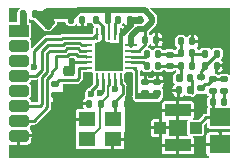
<source format=gbr>
%TF.GenerationSoftware,KiCad,Pcbnew,6.0.11-2627ca5db0~126~ubuntu22.04.1*%
%TF.CreationDate,2024-01-17T12:33:33+01:00*%
%TF.ProjectId,CC1101_868MHz_UFL_RF_Modul_FUEL4EP,43433131-3031-45f3-9836-384d487a5f55,1.5*%
%TF.SameCoordinates,Original*%
%TF.FileFunction,Copper,L1,Top*%
%TF.FilePolarity,Positive*%
%FSLAX46Y46*%
G04 Gerber Fmt 4.6, Leading zero omitted, Abs format (unit mm)*
G04 Created by KiCad (PCBNEW 6.0.11-2627ca5db0~126~ubuntu22.04.1) date 2024-01-17 12:33:33*
%MOMM*%
%LPD*%
G01*
G04 APERTURE LIST*
G04 Aperture macros list*
%AMRoundRect*
0 Rectangle with rounded corners*
0 $1 Rounding radius*
0 $2 $3 $4 $5 $6 $7 $8 $9 X,Y pos of 4 corners*
0 Add a 4 corners polygon primitive as box body*
4,1,4,$2,$3,$4,$5,$6,$7,$8,$9,$2,$3,0*
0 Add four circle primitives for the rounded corners*
1,1,$1+$1,$2,$3*
1,1,$1+$1,$4,$5*
1,1,$1+$1,$6,$7*
1,1,$1+$1,$8,$9*
0 Add four rect primitives between the rounded corners*
20,1,$1+$1,$2,$3,$4,$5,0*
20,1,$1+$1,$4,$5,$6,$7,0*
20,1,$1+$1,$6,$7,$8,$9,0*
20,1,$1+$1,$8,$9,$2,$3,0*%
G04 Aperture macros list end*
%TA.AperFunction,SMDPad,CuDef*%
%ADD10RoundRect,0.147500X-0.147500X-0.172500X0.147500X-0.172500X0.147500X0.172500X-0.147500X0.172500X0*%
%TD*%
%TA.AperFunction,SMDPad,CuDef*%
%ADD11RoundRect,0.140000X0.140000X0.170000X-0.140000X0.170000X-0.140000X-0.170000X0.140000X-0.170000X0*%
%TD*%
%TA.AperFunction,SMDPad,CuDef*%
%ADD12RoundRect,0.147500X0.147500X0.172500X-0.147500X0.172500X-0.147500X-0.172500X0.147500X-0.172500X0*%
%TD*%
%TA.AperFunction,SMDPad,CuDef*%
%ADD13RoundRect,0.140000X-0.140000X-0.170000X0.140000X-0.170000X0.140000X0.170000X-0.140000X0.170000X0*%
%TD*%
%TA.AperFunction,CastellatedPad*%
%ADD14RoundRect,0.250000X-0.600000X-0.250000X0.600000X-0.250000X0.600000X0.250000X-0.600000X0.250000X0*%
%TD*%
%TA.AperFunction,SMDPad,CuDef*%
%ADD15RoundRect,0.147500X-0.172500X0.147500X-0.172500X-0.147500X0.172500X-0.147500X0.172500X0.147500X0*%
%TD*%
%TA.AperFunction,SMDPad,CuDef*%
%ADD16RoundRect,0.140000X0.170000X-0.140000X0.170000X0.140000X-0.170000X0.140000X-0.170000X-0.140000X0*%
%TD*%
%TA.AperFunction,CastellatedPad*%
%ADD17R,1.800000X1.500000*%
%TD*%
%TA.AperFunction,SMDPad,CuDef*%
%ADD18R,1.000000X1.000000*%
%TD*%
%TA.AperFunction,SMDPad,CuDef*%
%ADD19R,2.200000X1.050000*%
%TD*%
%TA.AperFunction,SMDPad,CuDef*%
%ADD20RoundRect,0.140000X-0.170000X0.140000X-0.170000X-0.140000X0.170000X-0.140000X0.170000X0.140000X0*%
%TD*%
%TA.AperFunction,SMDPad,CuDef*%
%ADD21RoundRect,0.135000X0.135000X0.185000X-0.135000X0.185000X-0.135000X-0.185000X0.135000X-0.185000X0*%
%TD*%
%TA.AperFunction,SMDPad,CuDef*%
%ADD22R,1.400000X1.200000*%
%TD*%
%TA.AperFunction,SMDPad,CuDef*%
%ADD23RoundRect,0.225000X-0.250000X0.225000X-0.250000X-0.225000X0.250000X-0.225000X0.250000X0.225000X0*%
%TD*%
%TA.AperFunction,CastellatedPad*%
%ADD24R,1.700000X1.000000*%
%TD*%
%TA.AperFunction,SMDPad,CuDef*%
%ADD25RoundRect,0.062500X-0.425000X-0.062500X0.425000X-0.062500X0.425000X0.062500X-0.425000X0.062500X0*%
%TD*%
%TA.AperFunction,SMDPad,CuDef*%
%ADD26RoundRect,0.062500X-0.062500X-0.425000X0.062500X-0.425000X0.062500X0.425000X-0.062500X0.425000X0*%
%TD*%
%TA.AperFunction,ComponentPad*%
%ADD27C,0.500000*%
%TD*%
%TA.AperFunction,SMDPad,CuDef*%
%ADD28R,2.400000X2.400000*%
%TD*%
%TA.AperFunction,ViaPad*%
%ADD29C,0.600000*%
%TD*%
%TA.AperFunction,Conductor*%
%ADD30C,0.250000*%
%TD*%
%TA.AperFunction,Conductor*%
%ADD31C,0.600000*%
%TD*%
%TA.AperFunction,Conductor*%
%ADD32C,0.200000*%
%TD*%
%TA.AperFunction,Conductor*%
%ADD33C,0.500000*%
%TD*%
G04 APERTURE END LIST*
D10*
%TO.P,L1,1,1*%
%TO.N,Net-(L1-Pad1)*%
X11794000Y8892800D03*
%TO.P,L1,2,2*%
%TO.N,Net-(C1-Pad1)*%
X12764000Y8892800D03*
%TD*%
D11*
%TO.P,C14,1*%
%TO.N,VDDA*%
X8478400Y11836400D03*
%TO.P,C14,2*%
%TO.N,GND*%
X7518400Y11836400D03*
%TD*%
D12*
%TO.P,L7,1,1*%
%TO.N,Net-(C7-Pad1)*%
X18366600Y4876800D03*
%TO.P,L7,2,2*%
%TO.N,Net-(C6-Pad1)*%
X17396600Y4876800D03*
%TD*%
D10*
%TO.P,L3,1,1*%
%TO.N,Net-(C2-Pad1)*%
X14501000Y6858000D03*
%TO.P,L3,2,2*%
%TO.N,Net-(C3-Pad2)*%
X15471000Y6858000D03*
%TD*%
%TO.P,L2,1,1*%
%TO.N,Net-(L2-Pad1)*%
X11794000Y7902800D03*
%TO.P,L2,2,2*%
%TO.N,Net-(C2-Pad1)*%
X12764000Y7902800D03*
%TD*%
D11*
%TO.P,C5,1*%
%TO.N,GND*%
X17704200Y7925200D03*
%TO.P,C5,2*%
%TO.N,Net-(C5-Pad2)*%
X16744200Y7925200D03*
%TD*%
D13*
%TO.P,C3,1*%
%TO.N,GND*%
X14506000Y5842000D03*
%TO.P,C3,2*%
%TO.N,Net-(C3-Pad2)*%
X15466000Y5842000D03*
%TD*%
D14*
%TO.P,JC5,1,Pin_1*%
%TO.N,/MOSI*%
X950000Y5810000D03*
%TD*%
D15*
%TO.P,L6,1,1*%
%TO.N,Net-(C5-Pad2)*%
X16408400Y6987400D03*
%TO.P,L6,2,2*%
%TO.N,Net-(C6-Pad2)*%
X16408400Y6017400D03*
%TD*%
D16*
%TO.P,C2,1*%
%TO.N,Net-(C2-Pad1)*%
X13729000Y7904800D03*
%TO.P,C2,2*%
%TO.N,Net-(C1-Pad1)*%
X13729000Y8864800D03*
%TD*%
D17*
%TO.P,JA1,1,Pin_1*%
%TO.N,Net-(C6-Pad1)*%
X18000000Y3550000D03*
%TD*%
D14*
%TO.P,JC8,1,Pin_1*%
%TO.N,GND*%
X950000Y2000000D03*
%TD*%
D16*
%TO.P,C7,1*%
%TO.N,Net-(C7-Pad1)*%
X18338800Y5819200D03*
%TO.P,C7,2*%
%TO.N,Net-(C6-Pad2)*%
X18338800Y6779200D03*
%TD*%
D18*
%TO.P,JA3,1,In*%
%TO.N,Net-(C6-Pad1)*%
X15928000Y2667000D03*
%TO.P,JA3,2,Ext*%
%TO.N,GND*%
X12928000Y2667000D03*
D19*
X14428000Y1192000D03*
X14428000Y4142000D03*
%TD*%
D20*
%TO.P,C16,1*%
%TO.N,Net-(C16-Pad1)*%
X4013200Y6372800D03*
%TO.P,C16,2*%
%TO.N,GND*%
X4013200Y5412800D03*
%TD*%
D21*
%TO.P,R1,1*%
%TO.N,GND*%
X10365200Y11836400D03*
%TO.P,R1,2*%
%TO.N,Net-(R1-Pad2)*%
X9345200Y11836400D03*
%TD*%
D16*
%TO.P,C15,1*%
%TO.N,VDDA*%
X11684000Y5616000D03*
%TO.P,C15,2*%
%TO.N,GND*%
X11684000Y6576000D03*
%TD*%
%TO.P,C17,1*%
%TO.N,VDDA*%
X12700000Y5616000D03*
%TO.P,C17,2*%
%TO.N,GND*%
X12700000Y6576000D03*
%TD*%
D17*
%TO.P,JA2,1,Pin_1*%
%TO.N,GND*%
X18000000Y1270000D03*
%TD*%
D10*
%TO.P,L4,1,1*%
%TO.N,Net-(C1-Pad1)*%
X14695600Y8966600D03*
%TO.P,L4,2,2*%
%TO.N,Net-(C4-Pad2)*%
X15665600Y8966600D03*
%TD*%
D22*
%TO.P,Y1,1,1*%
%TO.N,Net-(C8-Pad2)*%
X6723200Y1690000D03*
%TO.P,Y1,2,2*%
%TO.N,GND*%
X8923200Y1690000D03*
%TO.P,Y1,3,3*%
%TO.N,Net-(C9-Pad2)*%
X8923200Y3390000D03*
%TO.P,Y1,4,4*%
%TO.N,GND*%
X6723200Y3390000D03*
%TD*%
D23*
%TO.P,C13,1*%
%TO.N,VDDA*%
X5207000Y7506000D03*
%TO.P,C13,2*%
%TO.N,GND*%
X5207000Y5956000D03*
%TD*%
D13*
%TO.P,C10,1*%
%TO.N,VDDA*%
X5393000Y11811000D03*
%TO.P,C10,2*%
%TO.N,GND*%
X6353000Y11811000D03*
%TD*%
%TO.P,C4,1*%
%TO.N,Net-(C2-Pad1)*%
X14680600Y7899800D03*
%TO.P,C4,2*%
%TO.N,Net-(C4-Pad2)*%
X15640600Y7899800D03*
%TD*%
D14*
%TO.P,JC6,1,Pin_1*%
%TO.N,/MISO{slash}GDO1*%
X950000Y4540000D03*
%TD*%
D10*
%TO.P,FB1,1*%
%TO.N,/VDD*%
X1340000Y12275000D03*
%TO.P,FB1,2*%
%TO.N,VDDA*%
X2310000Y12275000D03*
%TD*%
D11*
%TO.P,C12,1*%
%TO.N,VDDA*%
X12214800Y11811000D03*
%TO.P,C12,2*%
%TO.N,GND*%
X11254800Y11811000D03*
%TD*%
D14*
%TO.P,JC3,1,Pin_1*%
%TO.N,/~{CS}*%
X950000Y8350000D03*
%TD*%
%TO.P,JC2,1,Pin_1*%
%TO.N,/GDO0*%
X950000Y9620000D03*
%TD*%
D24*
%TO.P,JC1,1,Pin_1*%
%TO.N,/VDD*%
X950000Y10890000D03*
%TD*%
D10*
%TO.P,L5,1,1*%
%TO.N,Net-(C4-Pad2)*%
X16759200Y8941200D03*
%TO.P,L5,2,2*%
%TO.N,Net-(C5-Pad2)*%
X17729200Y8941200D03*
%TD*%
D13*
%TO.P,C11,1*%
%TO.N,VDDA*%
X11645000Y10125000D03*
%TO.P,C11,2*%
%TO.N,GND*%
X12605000Y10125000D03*
%TD*%
%TO.P,C8,1*%
%TO.N,GND*%
X6936800Y4724400D03*
%TO.P,C8,2*%
%TO.N,Net-(C8-Pad2)*%
X7896800Y4724400D03*
%TD*%
%TO.P,C1,1*%
%TO.N,Net-(C1-Pad1)*%
X14680600Y9982600D03*
%TO.P,C1,2*%
%TO.N,GND*%
X15640600Y9982600D03*
%TD*%
D16*
%TO.P,C6,1*%
%TO.N,Net-(C6-Pad1)*%
X17373600Y5819200D03*
%TO.P,C6,2*%
%TO.N,Net-(C6-Pad2)*%
X17373600Y6779200D03*
%TD*%
D11*
%TO.P,C9,1*%
%TO.N,GND*%
X10081200Y4724400D03*
%TO.P,C9,2*%
%TO.N,Net-(C9-Pad2)*%
X9121200Y4724400D03*
%TD*%
D14*
%TO.P,JC4,1,Pin_1*%
%TO.N,/SCK*%
X950000Y7080000D03*
%TD*%
D25*
%TO.P,U1,1,SCLK*%
%TO.N,/SCK*%
X6691500Y9702800D03*
%TO.P,U1,2,SO/GDO1*%
%TO.N,/MISO{slash}GDO1*%
X6691500Y9202800D03*
%TO.P,U1,3,GDO2*%
%TO.N,/GDO2*%
X6691500Y8702800D03*
%TO.P,U1,4,DVDD*%
%TO.N,VDDA*%
X6691500Y8202800D03*
%TO.P,U1,5,DCOUPL*%
%TO.N,Net-(C16-Pad1)*%
X6691500Y7702800D03*
D26*
%TO.P,U1,6,GDO0*%
%TO.N,/GDO0*%
X7579000Y6815300D03*
%TO.P,U1,7,~{CS}*%
%TO.N,/~{CS}*%
X8079000Y6815300D03*
%TO.P,U1,8,XOSC_Q1*%
%TO.N,Net-(C8-Pad2)*%
X8579000Y6815300D03*
%TO.P,U1,9,AVDD1*%
%TO.N,VDDA*%
X9079000Y6815300D03*
%TO.P,U1,10,XOSC_Q2*%
%TO.N,Net-(C9-Pad2)*%
X9579000Y6815300D03*
D25*
%TO.P,U1,11,AVDD2*%
%TO.N,VDDA*%
X10466500Y7702800D03*
%TO.P,U1,12,RF_P*%
%TO.N,Net-(L2-Pad1)*%
X10466500Y8202800D03*
%TO.P,U1,13,RF_N*%
%TO.N,Net-(L1-Pad1)*%
X10466500Y8702800D03*
%TO.P,U1,14,AVDD3*%
%TO.N,VDDA*%
X10466500Y9202800D03*
%TO.P,U1,15,AVDD4*%
X10466500Y9702800D03*
D26*
%TO.P,U1,16,GND1*%
%TO.N,GND*%
X9579000Y10590300D03*
%TO.P,U1,17,RBIAS*%
%TO.N,Net-(R1-Pad2)*%
X9079000Y10590300D03*
%TO.P,U1,18,DGUARD*%
%TO.N,VDDA*%
X8579000Y10590300D03*
%TO.P,U1,19,GND2*%
%TO.N,GND*%
X8079000Y10590300D03*
%TO.P,U1,20,SI*%
%TO.N,/MOSI*%
X7579000Y10590300D03*
D27*
%TO.P,U1,21,GND3*%
%TO.N,GND*%
X9529000Y9652800D03*
D28*
X8579000Y8702800D03*
D27*
X8579000Y7752800D03*
X9529000Y8702800D03*
X8579000Y9652800D03*
X9529000Y7752800D03*
X8579000Y8702800D03*
X7629000Y9652800D03*
X7629000Y7752800D03*
X7629000Y8702800D03*
%TD*%
D14*
%TO.P,JC7,1,Pin_1*%
%TO.N,/GDO2*%
X950000Y3270000D03*
%TD*%
D29*
%TO.N,GND*%
X3302000Y1524000D03*
X3302000Y508000D03*
X2286000Y1524000D03*
X2286000Y508000D03*
X762000Y508000D03*
X11938000Y2692400D03*
X500000Y12050000D03*
X14859000Y12192000D03*
X3302000Y2540000D03*
X4318000Y1524000D03*
X6604000Y508000D03*
X8890000Y508000D03*
X18288000Y11176000D03*
X5334000Y1524000D03*
X6985000Y11303000D03*
X10414000Y3048000D03*
X18542000Y8890000D03*
X10226239Y7051239D03*
X11176000Y3556000D03*
X16205200Y4927600D03*
X5854208Y4498645D03*
X17526000Y11176000D03*
X4318000Y508000D03*
X13462000Y6985000D03*
X12192000Y7112000D03*
X2286000Y2540000D03*
X16357600Y10058400D03*
X16002000Y12192000D03*
X5334000Y2540000D03*
X9780000Y10794000D03*
X11023600Y660400D03*
X10640848Y4659587D03*
X16764000Y11176000D03*
X10160000Y508000D03*
X4318000Y3556000D03*
X5334000Y3556000D03*
X18440400Y7924800D03*
X12192000Y3556000D03*
X11836400Y660400D03*
X13335000Y10175000D03*
X12446000Y1676400D03*
X3556000Y3302000D03*
X4318000Y2540000D03*
X14808200Y11226800D03*
X15748000Y10820400D03*
X13817600Y5384800D03*
X17526000Y10160000D03*
X16764000Y12192000D03*
X5334000Y508000D03*
X2304199Y5700000D03*
X13030200Y12014200D03*
X18288000Y10160000D03*
X11734800Y4470400D03*
X12700000Y762000D03*
X11176000Y2540000D03*
X13792200Y11099800D03*
X7874000Y508000D03*
X6223000Y10922000D03*
X6858000Y7061200D03*
X18288000Y12192000D03*
X4346102Y4561781D03*
X13868400Y12039600D03*
X10414000Y2032000D03*
X11480800Y1574800D03*
X13462000Y6096000D03*
X16256000Y1574800D03*
X16205200Y4064000D03*
X17526000Y12192000D03*
X16205200Y762000D03*
X1524000Y762000D03*
X2375000Y10775000D03*
X4592391Y11199563D03*
X10375000Y3875000D03*
X12928600Y11074400D03*
X12801600Y4521200D03*
X10414000Y1270000D03*
%TO.N,/GDO0*%
X7041833Y5538480D03*
%TO.N,/MOSI*%
X2261967Y7852614D03*
%TO.N,/~{CS}*%
X7877108Y5586478D03*
%TO.N,VDDA*%
X5505452Y8312053D03*
X3403600Y11328400D03*
X9127372Y5974477D03*
X11089998Y5321000D03*
%TD*%
D30*
%TO.N,GND*%
X8079000Y9799247D02*
X8225447Y9652800D01*
X8079000Y10590300D02*
X8079000Y9799247D01*
X9579000Y10590300D02*
X9579000Y9702800D01*
D31*
X10390600Y11811000D02*
X10365200Y11836400D01*
D30*
X8079000Y11268191D02*
X7518400Y11828791D01*
X8079000Y10590300D02*
X8079000Y11268191D01*
D31*
X10365200Y11836400D02*
X10365200Y11379200D01*
D30*
X9579000Y10593000D02*
X9780000Y10794000D01*
D31*
X11254800Y11811000D02*
X10390600Y11811000D01*
X10365200Y11379200D02*
X9780000Y10794000D01*
D30*
%TO.N,Net-(C1-Pad1)*%
X13729000Y8864800D02*
X14593800Y8864800D01*
X12764000Y8892800D02*
X13701000Y8892800D01*
X14695600Y8966600D02*
X14695600Y9967600D01*
%TO.N,Net-(C2-Pad1)*%
X14680600Y7899800D02*
X14680600Y6746400D01*
X13729000Y7904800D02*
X14675600Y7904800D01*
X12764000Y7902800D02*
X13727000Y7902800D01*
%TO.N,Net-(C3-Pad2)*%
X15665600Y6731400D02*
X15665600Y5638800D01*
%TO.N,Net-(C4-Pad2)*%
X15773800Y8950400D02*
X16750000Y8950400D01*
X15640600Y7899800D02*
X15640600Y8941600D01*
%TO.N,Net-(C5-Pad2)*%
X16408400Y7518400D02*
X16408400Y6835000D01*
X16744200Y7854200D02*
X16408400Y7518400D01*
X17729200Y8922984D02*
X16744200Y7937984D01*
%TO.N,Net-(C6-Pad1)*%
X17396600Y4876800D02*
X17396600Y3883400D01*
X16811000Y3550000D02*
X15928000Y2667000D01*
X17730000Y3550000D02*
X16811000Y3550000D01*
X17373600Y5819200D02*
X17373600Y4899800D01*
%TO.N,Net-(C6-Pad2)*%
X17373600Y6779200D02*
X16961800Y6367400D01*
X16961800Y6367400D02*
X16758400Y6367400D01*
X18338800Y6779200D02*
X17373600Y6779200D01*
X16758400Y6367400D02*
X16408400Y6017400D01*
%TO.N,Net-(C7-Pad1)*%
X18338800Y5819200D02*
X18338800Y4904600D01*
D32*
%TO.N,Net-(C8-Pad2)*%
X7848600Y2615400D02*
X6923200Y1690000D01*
X8585200Y6299200D02*
X8527872Y6241872D01*
X7988459Y4848800D02*
X8219659Y5080000D01*
X8527872Y6241872D02*
X8527872Y5378272D01*
D30*
X8579000Y6815300D02*
X8579000Y6305400D01*
X8579000Y6305400D02*
X8585200Y6299200D01*
D32*
X8219659Y5080000D02*
X8229600Y5080000D01*
X7848600Y4777800D02*
X7848600Y2615400D01*
X8229600Y5080000D02*
X8527872Y5378272D01*
D30*
%TO.N,/SCK*%
X6269262Y9702800D02*
X6136507Y9835555D01*
X4874397Y9835555D02*
X4741642Y9702800D01*
X6691500Y9702800D02*
X6269262Y9702800D01*
X2884998Y7559978D02*
X2405020Y7080000D01*
X4741642Y9702800D02*
X3453020Y9702800D01*
X2924500Y9174280D02*
X2924500Y7849297D01*
X2924500Y7849297D02*
X2884998Y7809795D01*
X3453020Y9702800D02*
X2924500Y9174280D01*
X2884998Y7809795D02*
X2884998Y7559978D01*
X6136507Y9835555D02*
X4874397Y9835555D01*
X2405020Y7080000D02*
X1400000Y7080000D01*
%TO.N,/GDO0*%
X7579000Y6258200D02*
X7114757Y5793957D01*
X7579000Y6815300D02*
X7579000Y6258200D01*
X7114757Y5793957D02*
X7114757Y5634373D01*
%TO.N,/MOSI*%
X4688208Y10285056D02*
X4563152Y10160000D01*
X7273756Y10285056D02*
X4688208Y10285056D01*
X2261967Y9147437D02*
X2261967Y7852614D01*
X7579000Y10590300D02*
X7273756Y10285056D01*
X3274530Y10160000D02*
X2261967Y9147437D01*
X4563152Y10160000D02*
X3274530Y10160000D01*
%TO.N,/GDO2*%
X3784000Y7187600D02*
X3784000Y7437417D01*
X2254000Y3270000D02*
X3388700Y4404700D01*
X1400000Y3270000D02*
X2254000Y3270000D01*
X6641001Y8753299D02*
X6691500Y8702800D01*
X3388700Y4404700D02*
X3378200Y4415200D01*
X5764129Y8936553D02*
X5947383Y8753299D01*
X4109499Y8720308D02*
X4142490Y8753299D01*
X4109499Y7762916D02*
X4109499Y8720308D01*
X5947383Y8753299D02*
X6641001Y8753299D01*
X5246775Y8936553D02*
X5764129Y8936553D01*
X4142490Y8753299D02*
X5063521Y8753299D01*
X3784000Y7437417D02*
X4109499Y7762916D01*
X3378200Y6781800D02*
X3784000Y7187600D01*
X5063521Y8753299D02*
X5246775Y8936553D01*
X3378200Y4415200D02*
X3378200Y6781800D01*
%TO.N,Net-(C9-Pad2)*%
X9579000Y6423000D02*
X9579000Y6815300D01*
X9121200Y4724400D02*
X9121200Y3588000D01*
X9753600Y5567609D02*
X9121200Y4935209D01*
X9753600Y5567609D02*
X9753600Y6248400D01*
X9753600Y6248400D02*
X9579000Y6423000D01*
X9121200Y4935209D02*
X9121200Y4724400D01*
%TO.N,Net-(L1-Pad1)*%
X10466500Y8702800D02*
X11604000Y8702800D01*
X11604000Y8702800D02*
X11794000Y8892800D01*
%TO.N,Net-(L2-Pad1)*%
X11494000Y8202800D02*
X11794000Y7902800D01*
X10466500Y8202800D02*
X11494000Y8202800D01*
%TO.N,Net-(R1-Pad2)*%
X9079000Y11570200D02*
X9345200Y11836400D01*
X9079000Y10590300D02*
X9079000Y11570200D01*
%TO.N,/~{CS}*%
X8079000Y5787163D02*
X7927343Y5635506D01*
X8079000Y6815300D02*
X8079000Y5787163D01*
%TO.N,VDDA*%
X11645000Y10125000D02*
X11645000Y9745000D01*
D33*
X3683000Y11938000D02*
X3838200Y12093200D01*
X11629686Y11041500D02*
X11087454Y11041500D01*
D30*
X11645000Y9745000D02*
X11102800Y9202800D01*
D33*
X12214800Y11995386D02*
X11603786Y12606400D01*
D31*
X2310000Y12275000D02*
X3015800Y12275000D01*
D33*
X3683000Y11607800D02*
X3683000Y11938000D01*
D31*
X5211200Y12275000D02*
X5393000Y12093200D01*
D33*
X5978614Y12581000D02*
X3321800Y12581000D01*
X8478400Y12466200D02*
X8618600Y12606400D01*
X12214800Y11811000D02*
X12214800Y11626614D01*
D30*
X11670000Y11150000D02*
X11670000Y10150000D01*
X10922000Y5488998D02*
X11089998Y5321000D01*
D31*
X2310000Y12275000D02*
X2457000Y12275000D01*
D33*
X11603786Y12606400D02*
X8618600Y12606400D01*
X8478400Y11836400D02*
X8478400Y12466200D01*
D30*
X9079000Y6815300D02*
X9079000Y6022849D01*
X10922000Y7493000D02*
X10922000Y5488998D01*
D33*
X12214800Y11811000D02*
X12214800Y11995386D01*
X12214800Y11626614D02*
X11629686Y11041500D01*
X10466500Y10420546D02*
X10466500Y9702800D01*
X5393000Y11995386D02*
X5978614Y12581000D01*
D32*
X8579000Y10590300D02*
X8579000Y11782000D01*
D31*
X2457000Y12275000D02*
X3403600Y11328400D01*
D30*
X9079000Y6022849D02*
X9127372Y5974477D01*
D33*
X8618600Y12606400D02*
X6004014Y12606400D01*
X3321800Y12581000D02*
X3015800Y12275000D01*
D31*
X3015800Y12275000D02*
X3683000Y11607800D01*
D33*
X5505452Y7804452D02*
X5207000Y7506000D01*
X5393000Y11811000D02*
X5393000Y11995386D01*
D30*
X10712200Y7702800D02*
X10922000Y7493000D01*
D33*
X12700000Y5321000D02*
X11089998Y5321000D01*
X3403600Y11328400D02*
X3683000Y11607800D01*
D30*
X11102800Y9202800D02*
X10466500Y9202800D01*
D33*
X11087454Y11041500D02*
X10466500Y10420546D01*
X6004014Y12606400D02*
X5978614Y12581000D01*
D30*
X6691500Y8202800D02*
X5534403Y8202800D01*
D33*
X3838200Y12093200D02*
X5393000Y12093200D01*
X5505452Y8312053D02*
X5505452Y7804452D01*
D31*
X3015800Y12275000D02*
X5211200Y12275000D01*
D30*
%TO.N,Net-(C16-Pad1)*%
X6077200Y6890000D02*
X6077200Y7702800D01*
X6077200Y6890000D02*
X5918200Y6731000D01*
X4371400Y6731000D02*
X4013200Y6372800D01*
X6077200Y7702800D02*
X6691500Y7702800D01*
X5918200Y6731000D02*
X4371400Y6731000D01*
%TO.N,/MISO{slash}GDO1*%
X6133572Y9202800D02*
X5950318Y9386054D01*
X5060586Y9386054D02*
X4877332Y9202800D01*
X2762000Y4540000D02*
X1400000Y4540000D01*
X5950318Y9386054D02*
X5060586Y9386054D01*
X2928699Y6967989D02*
X2928699Y4706699D01*
X3374001Y8988091D02*
X3374001Y7663108D01*
X3588710Y9202800D02*
X3374001Y8988091D01*
X6691500Y9202800D02*
X6133572Y9202800D01*
X3374001Y7663108D02*
X3334499Y7623606D01*
X4877332Y9202800D02*
X3588710Y9202800D01*
X2928699Y4706699D02*
X2762000Y4540000D01*
X3334499Y7623606D02*
X3334499Y7373789D01*
X3334499Y7373789D02*
X2928699Y6967989D01*
D31*
%TO.N,/VDD*%
X1300000Y10890000D02*
X1300000Y12235000D01*
X1300000Y12235000D02*
X1340000Y12275000D01*
%TD*%
%TA.AperFunction,Conductor*%
%TO.N,GND*%
G36*
X10591800Y5374781D02*
G01*
X10585770Y5336052D01*
X10585770Y5336047D01*
X10584389Y5327177D01*
X10585553Y5318275D01*
X10585553Y5318272D01*
X10591800Y5270502D01*
X10591800Y5130800D01*
X10647459Y5083930D01*
X10660718Y5053797D01*
X10666495Y5046924D01*
X10666496Y5046923D01*
X10747188Y4950928D01*
X10752968Y4944052D01*
X10760445Y4939075D01*
X10863463Y4870500D01*
X10872311Y4864610D01*
X10928892Y4846933D01*
X11074400Y4724400D01*
X11074400Y4165600D01*
X10083800Y4165600D01*
X10083800Y5359400D01*
X10236200Y5537200D01*
X10591800Y5562600D01*
X10591800Y5374781D01*
G37*
%TD.AperFunction*%
%TD*%
%TA.AperFunction,Conductor*%
%TO.N,GND*%
G36*
X14248413Y7544285D02*
G01*
X14255151Y7536257D01*
X14257376Y7531484D01*
X14310911Y7477949D01*
X14329217Y7433755D01*
X14310911Y7389561D01*
X14275821Y7371922D01*
X14256927Y7369140D01*
X14256922Y7369139D01*
X14252116Y7368431D01*
X14148120Y7317372D01*
X14144474Y7313720D01*
X14144473Y7313719D01*
X14069918Y7239034D01*
X14069916Y7239032D01*
X14066270Y7235379D01*
X14064002Y7230739D01*
X14023497Y7147874D01*
X14015392Y7131294D01*
X14014691Y7126491D01*
X14014691Y7126490D01*
X14014386Y7124398D01*
X14005500Y7063486D01*
X14005500Y6652514D01*
X14005831Y6650267D01*
X14005831Y6650264D01*
X14006186Y6647854D01*
X14015569Y6584116D01*
X14066628Y6480120D01*
X14070283Y6476471D01*
X14070284Y6476470D01*
X14127594Y6419260D01*
X14145939Y6375082D01*
X14127633Y6330833D01*
X14046752Y6249952D01*
X14041041Y6242091D01*
X13988847Y6139655D01*
X13985843Y6130411D01*
X13972384Y6045434D01*
X13972000Y6040547D01*
X13972000Y5981431D01*
X13975641Y5972641D01*
X13984431Y5969000D01*
X14570500Y5969000D01*
X14614694Y5950694D01*
X14633000Y5906500D01*
X14633000Y5290432D01*
X14636641Y5281642D01*
X14645431Y5278001D01*
X14674546Y5278001D01*
X14679434Y5278386D01*
X14764412Y5291844D01*
X14773653Y5294846D01*
X14876091Y5347041D01*
X14883952Y5352752D01*
X14965247Y5434047D01*
X14971538Y5442706D01*
X15012325Y5467700D01*
X15058838Y5456534D01*
X15066296Y5450164D01*
X15127684Y5388776D01*
X15132639Y5386466D01*
X15132641Y5386464D01*
X15169978Y5369054D01*
X15236513Y5338028D01*
X15247892Y5336530D01*
X15284068Y5331767D01*
X15284074Y5331767D01*
X15286099Y5331500D01*
X15328721Y5331500D01*
X15547178Y5331501D01*
X15568554Y5327732D01*
X15575547Y5325187D01*
X15608206Y5313300D01*
X15722994Y5313300D01*
X15776927Y5332930D01*
X15825720Y5350689D01*
X15825721Y5350690D01*
X15830860Y5352560D01*
X15918794Y5426345D01*
X15976188Y5525755D01*
X15977137Y5531138D01*
X15977437Y5531962D01*
X16009753Y5567231D01*
X16057543Y5569318D01*
X16063610Y5566740D01*
X16073326Y5561991D01*
X16130364Y5534110D01*
X16135106Y5531792D01*
X16139909Y5531091D01*
X16139910Y5531091D01*
X16160665Y5528063D01*
X16202914Y5521900D01*
X16613886Y5521900D01*
X16616133Y5522231D01*
X16616136Y5522231D01*
X16640122Y5525762D01*
X16682284Y5531969D01*
X16763733Y5571958D01*
X16781645Y5580752D01*
X16781647Y5580753D01*
X16786280Y5583028D01*
X16789677Y5586431D01*
X16836121Y5597237D01*
X16876731Y5571958D01*
X16882555Y5561991D01*
X16918064Y5485841D01*
X16918066Y5485839D01*
X16920376Y5480884D01*
X17005284Y5395976D01*
X17004883Y5395575D01*
X17028467Y5358556D01*
X17018114Y5311854D01*
X17011150Y5303547D01*
X16965521Y5257838D01*
X16965517Y5257832D01*
X16961870Y5254179D01*
X16953888Y5237850D01*
X16920949Y5170463D01*
X16910992Y5150094D01*
X16901100Y5082286D01*
X16901100Y4671314D01*
X16911169Y4602916D01*
X16942072Y4539974D01*
X16958872Y4505755D01*
X16961917Y4458016D01*
X16954735Y4443486D01*
X16914553Y4383351D01*
X16914551Y4383347D01*
X16911133Y4378231D01*
X16909933Y4372197D01*
X16909932Y4372195D01*
X16900465Y4324601D01*
X16899500Y4319748D01*
X16899500Y3938000D01*
X16881194Y3893806D01*
X16837000Y3875500D01*
X16827941Y3875500D01*
X16822494Y3875738D01*
X16820451Y3875917D01*
X16782193Y3879264D01*
X16776913Y3877849D01*
X16776911Y3877849D01*
X16743117Y3868793D01*
X16737796Y3867613D01*
X16697955Y3860588D01*
X16693221Y3857855D01*
X16693216Y3857853D01*
X16692487Y3857432D01*
X16677414Y3851188D01*
X16676595Y3850969D01*
X16676593Y3850968D01*
X16671316Y3849554D01*
X16666841Y3846420D01*
X16666840Y3846420D01*
X16638178Y3826350D01*
X16633586Y3823425D01*
X16598545Y3803194D01*
X16595030Y3799005D01*
X16572536Y3772198D01*
X16568852Y3768178D01*
X16186480Y3385806D01*
X16142286Y3367500D01*
X15783702Y3367500D01*
X15739508Y3385806D01*
X15721202Y3430000D01*
X15731735Y3464723D01*
X15763843Y3512775D01*
X15768464Y3523933D01*
X15781401Y3588970D01*
X15782000Y3595054D01*
X15782000Y4002569D01*
X15778359Y4011359D01*
X15769569Y4015000D01*
X14567431Y4015000D01*
X14558641Y4011359D01*
X14555000Y4002569D01*
X14555000Y3375431D01*
X14558641Y3366641D01*
X14567431Y3363000D01*
X15200894Y3363001D01*
X15245088Y3344695D01*
X15263394Y3300501D01*
X15252861Y3265779D01*
X15242554Y3250353D01*
X15242552Y3250347D01*
X15239133Y3245231D01*
X15227500Y3186748D01*
X15227500Y2147252D01*
X15228099Y2144242D01*
X15228099Y2144239D01*
X15235170Y2108694D01*
X15239133Y2088769D01*
X15242550Y2083655D01*
X15242551Y2083653D01*
X15252861Y2068224D01*
X15262193Y2021307D01*
X15235618Y1981533D01*
X15200894Y1971000D01*
X14567431Y1970999D01*
X14558641Y1967358D01*
X14555000Y1958568D01*
X14555000Y1331431D01*
X14558641Y1322641D01*
X14567431Y1319000D01*
X15769568Y1319000D01*
X15778358Y1322641D01*
X15781999Y1331431D01*
X15781999Y1409431D01*
X16846000Y1409431D01*
X16849641Y1400641D01*
X16858431Y1397000D01*
X17860569Y1397000D01*
X17869359Y1400641D01*
X17873000Y1409431D01*
X17873000Y2261568D01*
X17869359Y2270358D01*
X17860569Y2273999D01*
X17078055Y2273999D01*
X17071970Y2273400D01*
X17006932Y2260464D01*
X16995776Y2255843D01*
X16921993Y2206543D01*
X16913457Y2198007D01*
X16864157Y2124225D01*
X16859536Y2113067D01*
X16846599Y2048030D01*
X16846000Y2041946D01*
X16846000Y1409431D01*
X15781999Y1409431D01*
X15781999Y1738945D01*
X15781400Y1745030D01*
X15768464Y1810068D01*
X15763843Y1821224D01*
X15731735Y1869277D01*
X15722403Y1916193D01*
X15748979Y1955967D01*
X15783702Y1966500D01*
X16447748Y1966500D01*
X16450758Y1967099D01*
X16450761Y1967099D01*
X16500195Y1976932D01*
X16500197Y1976933D01*
X16506231Y1978133D01*
X16511345Y1981550D01*
X16511347Y1981551D01*
X16567438Y2019031D01*
X16572552Y2022448D01*
X16616867Y2088769D01*
X16620831Y2108694D01*
X16627901Y2144239D01*
X16627901Y2144242D01*
X16628500Y2147252D01*
X16628500Y2881286D01*
X16646806Y2925480D01*
X16792806Y3071480D01*
X16837000Y3089786D01*
X16881194Y3071480D01*
X16899500Y3027286D01*
X16899500Y2780252D01*
X16900099Y2777242D01*
X16900099Y2777239D01*
X16903586Y2759712D01*
X16911133Y2721769D01*
X16955448Y2655448D01*
X16960562Y2652031D01*
X17016653Y2614551D01*
X17016655Y2614550D01*
X17021769Y2611133D01*
X17027803Y2609933D01*
X17027805Y2609932D01*
X17077239Y2600099D01*
X17077242Y2600099D01*
X17080252Y2599500D01*
X18784300Y2599500D01*
X18828494Y2581194D01*
X18846800Y2537000D01*
X18846800Y2336500D01*
X18828494Y2292306D01*
X18784300Y2274000D01*
X18139431Y2274000D01*
X18130641Y2270359D01*
X18127000Y2261569D01*
X18127000Y1205500D01*
X18108694Y1161306D01*
X18064500Y1143000D01*
X16858432Y1143000D01*
X16849642Y1139359D01*
X16846001Y1130569D01*
X16846001Y498055D01*
X16846600Y491970D01*
X16859536Y426932D01*
X16864157Y415776D01*
X16913457Y341993D01*
X16921993Y333457D01*
X16995775Y284157D01*
X17006933Y279536D01*
X17023708Y276199D01*
X17063482Y249623D01*
X17072814Y202707D01*
X17046238Y162933D01*
X17011515Y152400D01*
X214900Y152400D01*
X170706Y170706D01*
X152400Y214900D01*
X152400Y645055D01*
X13074001Y645055D01*
X13074600Y638970D01*
X13087536Y573932D01*
X13092157Y562776D01*
X13141457Y488993D01*
X13149993Y480457D01*
X13223775Y431157D01*
X13234933Y426536D01*
X13299970Y413599D01*
X13306054Y413000D01*
X14288569Y413000D01*
X14297359Y416641D01*
X14301000Y425431D01*
X14301000Y425432D01*
X14555000Y425432D01*
X14558641Y416642D01*
X14567431Y413001D01*
X15549945Y413001D01*
X15556030Y413600D01*
X15621068Y426536D01*
X15632224Y431157D01*
X15706007Y480457D01*
X15714543Y488993D01*
X15763843Y562775D01*
X15768464Y573933D01*
X15781401Y638970D01*
X15782000Y645054D01*
X15782000Y1052569D01*
X15778359Y1061359D01*
X15769569Y1065000D01*
X14567431Y1065000D01*
X14558641Y1061359D01*
X14555000Y1052569D01*
X14555000Y425432D01*
X14301000Y425432D01*
X14301000Y1052569D01*
X14297359Y1061359D01*
X14288569Y1065000D01*
X13086432Y1065000D01*
X13077642Y1061359D01*
X13074001Y1052569D01*
X13074001Y645055D01*
X152400Y645055D01*
X152400Y1195604D01*
X170706Y1239798D01*
X214900Y1258104D01*
X233135Y1254799D01*
X233177Y1254977D01*
X236458Y1254197D01*
X236833Y1254129D01*
X236987Y1254071D01*
X244556Y1252272D01*
X300608Y1246183D01*
X303976Y1246000D01*
X810569Y1246000D01*
X819359Y1249641D01*
X823000Y1258431D01*
X823000Y1258432D01*
X1077000Y1258432D01*
X1080641Y1249642D01*
X1089431Y1246001D01*
X1596018Y1246001D01*
X1599388Y1246183D01*
X1655443Y1252272D01*
X1663012Y1254071D01*
X1790351Y1301808D01*
X1798086Y1306043D01*
X1906487Y1387285D01*
X1912715Y1393513D01*
X1993957Y1501914D01*
X1998192Y1509649D01*
X2045930Y1636992D01*
X2047728Y1644556D01*
X2053817Y1700608D01*
X2054000Y1703976D01*
X2054000Y1860569D01*
X2050359Y1869359D01*
X2041569Y1873000D01*
X1089431Y1873000D01*
X1080641Y1869359D01*
X1077000Y1860569D01*
X1077000Y1258432D01*
X823000Y1258432D01*
X823000Y2064500D01*
X841306Y2108694D01*
X885500Y2127000D01*
X2041568Y2127000D01*
X2050358Y2130641D01*
X2053999Y2139431D01*
X2053999Y2296018D01*
X2053817Y2299388D01*
X2047728Y2355443D01*
X2045929Y2363012D01*
X1998192Y2490351D01*
X1993957Y2498086D01*
X1912715Y2606487D01*
X1906487Y2612715D01*
X1893574Y2622393D01*
X1869188Y2663546D01*
X1880784Y2709539D01*
X1949856Y2803055D01*
X1952634Y2806816D01*
X1954182Y2811225D01*
X1954185Y2811230D01*
X1986310Y2902709D01*
X2018225Y2938341D01*
X2045279Y2944500D01*
X2237059Y2944500D01*
X2242506Y2944262D01*
X2282807Y2940736D01*
X2288087Y2942151D01*
X2288089Y2942151D01*
X2321883Y2951207D01*
X2327204Y2952387D01*
X2367045Y2959412D01*
X2371779Y2962145D01*
X2371784Y2962147D01*
X2372513Y2962568D01*
X2387586Y2968812D01*
X2388405Y2969031D01*
X2388407Y2969032D01*
X2393684Y2970446D01*
X2426822Y2993650D01*
X2431414Y2996575D01*
X2466455Y3016806D01*
X2492464Y3047802D01*
X2496148Y3051822D01*
X3659447Y4215121D01*
X3664447Y4225843D01*
X3669359Y4236376D01*
X3674806Y4245811D01*
X3685118Y4260538D01*
X3688254Y4265016D01*
X3694322Y4287662D01*
X3698047Y4297897D01*
X3705649Y4314201D01*
X3707959Y4319154D01*
X3710003Y4342516D01*
X3711894Y4353245D01*
X3716548Y4370611D01*
X3716548Y4370613D01*
X3717963Y4375893D01*
X3715919Y4399259D01*
X3715919Y4410141D01*
X3717963Y4433507D01*
X3715004Y4444552D01*
X3711894Y4456155D01*
X3710002Y4466886D01*
X3709812Y4469066D01*
X3707959Y4490245D01*
X3705776Y4494926D01*
X3703700Y4510699D01*
X3703700Y4822805D01*
X3722006Y4866999D01*
X3766200Y4885305D01*
X3775977Y4884536D01*
X3809766Y4879184D01*
X3814653Y4878800D01*
X3873769Y4878800D01*
X3882559Y4882441D01*
X3886200Y4891231D01*
X3886200Y5477300D01*
X3904506Y5521494D01*
X3948700Y5539800D01*
X4077700Y5539800D01*
X4121894Y5521494D01*
X4140200Y5477300D01*
X4140200Y4891232D01*
X4143841Y4882442D01*
X4152631Y4878801D01*
X4211746Y4878801D01*
X4216634Y4879186D01*
X4301612Y4892644D01*
X4310853Y4895646D01*
X4413291Y4947841D01*
X4421152Y4953552D01*
X4502448Y5034848D01*
X4508159Y5042709D01*
X4560353Y5145145D01*
X4563357Y5154389D01*
X4576816Y5239366D01*
X4577200Y5244253D01*
X4577200Y5292056D01*
X4595506Y5336250D01*
X4639700Y5354556D01*
X4677183Y5342069D01*
X4721043Y5309197D01*
X4728778Y5304962D01*
X4849416Y5259738D01*
X4856980Y5257940D01*
X4909975Y5252183D01*
X4913343Y5252000D01*
X5067569Y5252000D01*
X5076359Y5255641D01*
X5080000Y5264431D01*
X5334000Y5264431D01*
X5337641Y5255641D01*
X5346431Y5252000D01*
X5500657Y5252000D01*
X5504025Y5252183D01*
X5557020Y5257940D01*
X5564584Y5259738D01*
X5685222Y5304962D01*
X5692957Y5309197D01*
X5795627Y5386145D01*
X5801855Y5392373D01*
X5878803Y5495043D01*
X5883038Y5502778D01*
X5928262Y5623416D01*
X5930060Y5630980D01*
X5935817Y5683975D01*
X5936000Y5687343D01*
X5936000Y5816569D01*
X5932359Y5825359D01*
X5923569Y5829000D01*
X5346431Y5829000D01*
X5337641Y5825359D01*
X5334000Y5816569D01*
X5334000Y5264431D01*
X5080000Y5264431D01*
X5080000Y6020500D01*
X5098306Y6064694D01*
X5142500Y6083000D01*
X5923569Y6083000D01*
X5932359Y6086641D01*
X5936000Y6095431D01*
X5936000Y6224657D01*
X5935817Y6228025D01*
X5930060Y6281020D01*
X5928262Y6288584D01*
X5915601Y6322358D01*
X5917229Y6370166D01*
X5952185Y6402820D01*
X5957946Y6404667D01*
X5973245Y6408767D01*
X5986087Y6412208D01*
X5991404Y6413387D01*
X6031245Y6420412D01*
X6035979Y6423145D01*
X6035984Y6423147D01*
X6036713Y6423568D01*
X6051786Y6429812D01*
X6052605Y6430031D01*
X6052607Y6430032D01*
X6057884Y6431446D01*
X6077754Y6445359D01*
X6091022Y6454650D01*
X6095614Y6457575D01*
X6130655Y6477806D01*
X6156664Y6508802D01*
X6160348Y6512822D01*
X6295380Y6647854D01*
X6299400Y6651538D01*
X6326205Y6674030D01*
X6330394Y6677545D01*
X6350625Y6712586D01*
X6353550Y6717178D01*
X6373620Y6745840D01*
X6373620Y6745841D01*
X6376754Y6750316D01*
X6378388Y6756414D01*
X6384632Y6771487D01*
X6385053Y6772216D01*
X6385055Y6772221D01*
X6387788Y6776955D01*
X6394813Y6816796D01*
X6395993Y6822117D01*
X6405049Y6855911D01*
X6405049Y6855913D01*
X6406464Y6861193D01*
X6402938Y6901494D01*
X6402700Y6906941D01*
X6402700Y7314800D01*
X6421006Y7358994D01*
X6465200Y7377300D01*
X6719975Y7377300D01*
X6719977Y7377301D01*
X7123965Y7377301D01*
X7168159Y7358995D01*
X7175932Y7349524D01*
X7192457Y7324793D01*
X7200993Y7316257D01*
X7225723Y7299733D01*
X7252299Y7259959D01*
X7253500Y7247766D01*
X7253500Y6418914D01*
X7235194Y6374720D01*
X6896577Y6036103D01*
X6892557Y6032419D01*
X6873801Y6016681D01*
X6850803Y6004465D01*
X6835362Y6000052D01*
X6714113Y5923550D01*
X6711170Y5920218D01*
X6711168Y5920216D01*
X6640984Y5840747D01*
X6619210Y5816092D01*
X6558280Y5686317D01*
X6536224Y5544657D01*
X6536801Y5540244D01*
X6536801Y5540242D01*
X6541700Y5502778D01*
X6554813Y5402501D01*
X6556606Y5398426D01*
X6599035Y5301999D01*
X6600079Y5254175D01*
X6570202Y5221139D01*
X6566709Y5219359D01*
X6558848Y5213648D01*
X6477552Y5132352D01*
X6471841Y5124491D01*
X6419647Y5022055D01*
X6416643Y5012811D01*
X6403184Y4927834D01*
X6402800Y4922947D01*
X6402800Y4863831D01*
X6406441Y4855041D01*
X6415231Y4851400D01*
X7001300Y4851400D01*
X7045494Y4833094D01*
X7063800Y4788900D01*
X7063800Y4659900D01*
X7045494Y4615706D01*
X7001300Y4597400D01*
X6415232Y4597400D01*
X6406442Y4593759D01*
X6402801Y4584969D01*
X6402801Y4525854D01*
X6403186Y4520966D01*
X6416644Y4435988D01*
X6419646Y4426747D01*
X6466458Y4334873D01*
X6470211Y4287185D01*
X6439144Y4250811D01*
X6410770Y4243999D01*
X6001255Y4243999D01*
X5995170Y4243400D01*
X5930132Y4230464D01*
X5918976Y4225843D01*
X5845193Y4176543D01*
X5836657Y4168007D01*
X5787357Y4094225D01*
X5782736Y4083067D01*
X5769799Y4018030D01*
X5769200Y4011946D01*
X5769200Y3529431D01*
X5772841Y3520641D01*
X5781631Y3517000D01*
X6787700Y3517000D01*
X6831894Y3498694D01*
X6850200Y3454500D01*
X6850200Y3325500D01*
X6831894Y3281306D01*
X6787700Y3263000D01*
X5781632Y3263000D01*
X5772842Y3259359D01*
X5769201Y3250569D01*
X5769201Y2776811D01*
X5767568Y2768600D01*
X5765800Y2768600D01*
X5765800Y863600D01*
X8178972Y838722D01*
X8190520Y837524D01*
X8195170Y836599D01*
X8201253Y836000D01*
X8783769Y836000D01*
X8792559Y839641D01*
X8796200Y848431D01*
X8796200Y848432D01*
X9050200Y848432D01*
X9053841Y839642D01*
X9062631Y836001D01*
X9645145Y836001D01*
X9651230Y836600D01*
X9716268Y849536D01*
X9727424Y854157D01*
X9801207Y903457D01*
X9809743Y911993D01*
X9859043Y985775D01*
X9863664Y996933D01*
X9876601Y1061970D01*
X9877200Y1068054D01*
X9877200Y1550569D01*
X9873559Y1559359D01*
X9864769Y1563000D01*
X9062631Y1563000D01*
X9053841Y1559359D01*
X9050200Y1550569D01*
X9050200Y848432D01*
X8796200Y848432D01*
X8796200Y1754500D01*
X8814506Y1798694D01*
X8858700Y1817000D01*
X9864768Y1817000D01*
X9873558Y1820641D01*
X9877199Y1829431D01*
X9877199Y2145055D01*
X12174001Y2145055D01*
X12174600Y2138970D01*
X12187536Y2073932D01*
X12192157Y2062776D01*
X12241457Y1988993D01*
X12249993Y1980457D01*
X12323775Y1931157D01*
X12334933Y1926536D01*
X12399970Y1913599D01*
X12406054Y1913000D01*
X12788569Y1913001D01*
X12797359Y1916642D01*
X12801000Y1925432D01*
X13055000Y1925432D01*
X13058641Y1916642D01*
X13064469Y1914228D01*
X13098293Y1880403D01*
X13098292Y1832567D01*
X13092516Y1821762D01*
X13092158Y1821226D01*
X13087536Y1810067D01*
X13074599Y1745030D01*
X13074000Y1738946D01*
X13074000Y1331431D01*
X13077641Y1322641D01*
X13086431Y1319000D01*
X14288569Y1319000D01*
X14297359Y1322641D01*
X14301000Y1331431D01*
X14301000Y1958568D01*
X14297359Y1967358D01*
X14288569Y1970999D01*
X13719366Y1970999D01*
X13675172Y1989305D01*
X13656866Y2033499D01*
X13661623Y2057416D01*
X13668464Y2073933D01*
X13681401Y2138970D01*
X13682000Y2145054D01*
X13682000Y2527569D01*
X13678359Y2536359D01*
X13669569Y2540000D01*
X13067431Y2540000D01*
X13058641Y2536359D01*
X13055000Y2527569D01*
X13055000Y1925432D01*
X12801000Y1925432D01*
X12801000Y2527569D01*
X12797359Y2536359D01*
X12788569Y2540000D01*
X12186432Y2540000D01*
X12177642Y2536359D01*
X12174001Y2527569D01*
X12174001Y2145055D01*
X9877199Y2145055D01*
X9877199Y2302635D01*
X9895505Y2346829D01*
X9906144Y2355364D01*
X9946312Y2380926D01*
X9956800Y2387600D01*
X9956800Y2806431D01*
X12174000Y2806431D01*
X12177641Y2797641D01*
X12186431Y2794000D01*
X12788569Y2794000D01*
X12797359Y2797641D01*
X12801000Y2806431D01*
X13055000Y2806431D01*
X13058641Y2797641D01*
X13067431Y2794000D01*
X13669568Y2794000D01*
X13678358Y2797641D01*
X13681999Y2806431D01*
X13681999Y3188945D01*
X13681400Y3195030D01*
X13668464Y3260066D01*
X13661623Y3276583D01*
X13661624Y3324419D01*
X13695449Y3358243D01*
X13719366Y3363000D01*
X14288569Y3363000D01*
X14297359Y3366641D01*
X14301000Y3375431D01*
X14301000Y4002569D01*
X14297359Y4011359D01*
X14288569Y4015000D01*
X13086432Y4015000D01*
X13077642Y4011359D01*
X13074001Y4002569D01*
X13074001Y3595055D01*
X13074600Y3588970D01*
X13087536Y3523932D01*
X13092157Y3512775D01*
X13092516Y3512238D01*
X13092642Y3511604D01*
X13094513Y3507087D01*
X13093615Y3506715D01*
X13101849Y3465322D01*
X13075274Y3425548D01*
X13064467Y3419771D01*
X13058641Y3417358D01*
X13055000Y3408569D01*
X13055000Y2806431D01*
X12801000Y2806431D01*
X12801000Y3408569D01*
X12797359Y3417359D01*
X12788569Y3421000D01*
X12406055Y3420999D01*
X12399970Y3420400D01*
X12334932Y3407464D01*
X12323776Y3402843D01*
X12249993Y3353543D01*
X12241457Y3345007D01*
X12192157Y3271225D01*
X12187536Y3260067D01*
X12174599Y3195030D01*
X12174000Y3188946D01*
X12174000Y2806431D01*
X9956800Y2806431D01*
X9956800Y4172832D01*
X10208200Y4172832D01*
X10211841Y4164042D01*
X10220631Y4160401D01*
X10249746Y4160401D01*
X10254634Y4160786D01*
X10339612Y4174244D01*
X10348853Y4177246D01*
X10451291Y4229441D01*
X10459152Y4235152D01*
X10505431Y4281431D01*
X13074000Y4281431D01*
X13077641Y4272641D01*
X13086431Y4269000D01*
X14288569Y4269000D01*
X14297359Y4272641D01*
X14301000Y4281431D01*
X14555000Y4281431D01*
X14558641Y4272641D01*
X14567431Y4269000D01*
X15769568Y4269000D01*
X15778358Y4272641D01*
X15781999Y4281431D01*
X15781999Y4688945D01*
X15781400Y4695030D01*
X15768464Y4760068D01*
X15763843Y4771224D01*
X15714543Y4845007D01*
X15706007Y4853543D01*
X15632225Y4902843D01*
X15621067Y4907464D01*
X15556030Y4920401D01*
X15549946Y4921000D01*
X14567431Y4921000D01*
X14558641Y4917359D01*
X14555000Y4908569D01*
X14555000Y4281431D01*
X14301000Y4281431D01*
X14301000Y4908568D01*
X14297359Y4917358D01*
X14288569Y4920999D01*
X13306055Y4920999D01*
X13299970Y4920400D01*
X13234932Y4907464D01*
X13223776Y4902843D01*
X13149993Y4853543D01*
X13141457Y4845007D01*
X13092157Y4771225D01*
X13087536Y4760067D01*
X13074599Y4695030D01*
X13074000Y4688946D01*
X13074000Y4281431D01*
X10505431Y4281431D01*
X10540448Y4316448D01*
X10546159Y4324309D01*
X10598353Y4426745D01*
X10601357Y4435989D01*
X10614816Y4520966D01*
X10615200Y4525853D01*
X10615200Y4584969D01*
X10611559Y4593759D01*
X10602769Y4597400D01*
X10220631Y4597400D01*
X10211841Y4593759D01*
X10208200Y4584969D01*
X10208200Y4172832D01*
X9956800Y4172832D01*
X9956800Y4394200D01*
X9955448Y4394200D01*
X9954200Y4400477D01*
X9954200Y5281878D01*
X9972506Y5326072D01*
X9976526Y5329756D01*
X10002605Y5351639D01*
X10006794Y5355154D01*
X10027025Y5390195D01*
X10029950Y5394787D01*
X10050020Y5423449D01*
X10050020Y5423450D01*
X10053154Y5427925D01*
X10054788Y5434023D01*
X10061032Y5449096D01*
X10061453Y5449825D01*
X10061455Y5449830D01*
X10064188Y5454564D01*
X10071213Y5494405D01*
X10072393Y5499726D01*
X10081449Y5533520D01*
X10081449Y5533522D01*
X10082864Y5538802D01*
X10079338Y5579107D01*
X10079100Y5584554D01*
X10079100Y6231459D01*
X10079338Y6236906D01*
X10080479Y6249953D01*
X10082864Y6277207D01*
X10079816Y6288584D01*
X10072393Y6316283D01*
X10071212Y6321607D01*
X10066635Y6347569D01*
X10064188Y6361445D01*
X10061455Y6366179D01*
X10061453Y6366184D01*
X10061032Y6366913D01*
X10054788Y6381986D01*
X10054569Y6382805D01*
X10054568Y6382807D01*
X10053154Y6388084D01*
X10049694Y6393026D01*
X10029950Y6421222D01*
X10027020Y6425821D01*
X10024590Y6430031D01*
X10006794Y6460855D01*
X9982524Y6481220D01*
X9975798Y6486864D01*
X9971778Y6490548D01*
X9922806Y6539520D01*
X9904500Y6583714D01*
X9904500Y6843775D01*
X9904499Y6843778D01*
X9904499Y7247766D01*
X9922805Y7291959D01*
X9932276Y7299732D01*
X9957007Y7316257D01*
X9965543Y7324793D01*
X9982067Y7349523D01*
X10021841Y7376099D01*
X10034034Y7377300D01*
X10183155Y7377300D01*
X10534000Y7377301D01*
X10578194Y7358995D01*
X10596500Y7314801D01*
X10596500Y5505939D01*
X10596262Y5500492D01*
X10593917Y5473684D01*
X10592736Y5460191D01*
X10594150Y5454915D01*
X10594150Y5454911D01*
X10597139Y5443756D01*
X10598524Y5417966D01*
X10593627Y5386513D01*
X10584389Y5327177D01*
X10584966Y5322764D01*
X10584966Y5322762D01*
X10596469Y5234795D01*
X10584048Y5188600D01*
X10542601Y5164719D01*
X10496406Y5177140D01*
X10490303Y5182497D01*
X10459152Y5213648D01*
X10451291Y5219359D01*
X10348855Y5271553D01*
X10339611Y5274557D01*
X10254634Y5288016D01*
X10249747Y5288400D01*
X10220631Y5288400D01*
X10211841Y5284759D01*
X10208200Y5275969D01*
X10208200Y4863831D01*
X10211841Y4855041D01*
X10220631Y4851400D01*
X10602768Y4851400D01*
X10611558Y4855041D01*
X10615199Y4863831D01*
X10615199Y4922946D01*
X10614814Y4927834D01*
X10614772Y4928102D01*
X10614788Y4928169D01*
X10614622Y4930281D01*
X10615308Y4930335D01*
X10625932Y4974617D01*
X10666715Y4999617D01*
X10713230Y4988457D01*
X10724343Y4978104D01*
X10750101Y4947461D01*
X10750107Y4947456D01*
X10752968Y4944052D01*
X10872311Y4864610D01*
X10876562Y4863282D01*
X11004903Y4823186D01*
X11004906Y4823186D01*
X11009155Y4821858D01*
X11013607Y4821776D01*
X11013609Y4821776D01*
X11084640Y4820474D01*
X11152497Y4819230D01*
X11290815Y4856940D01*
X11294607Y4859268D01*
X11294611Y4859270D01*
X11297853Y4861261D01*
X11330556Y4870500D01*
X12733850Y4870500D01*
X12833962Y4885551D01*
X12922016Y4927834D01*
X12951869Y4942169D01*
X12951871Y4942170D01*
X12956079Y4944191D01*
X13055556Y5036146D01*
X13065809Y5053797D01*
X13121250Y5149248D01*
X13123596Y5153287D01*
X13127578Y5170463D01*
X13143461Y5238988D01*
X13150170Y5267932D01*
X13154411Y5280230D01*
X13155069Y5281641D01*
X13203972Y5386513D01*
X13208113Y5417966D01*
X13210233Y5434068D01*
X13210233Y5434074D01*
X13210500Y5436099D01*
X13210499Y5643454D01*
X13972001Y5643454D01*
X13972386Y5638566D01*
X13985844Y5553588D01*
X13988846Y5544347D01*
X14041041Y5441909D01*
X14046752Y5434048D01*
X14128048Y5352752D01*
X14135909Y5347041D01*
X14238345Y5294847D01*
X14247589Y5291843D01*
X14332566Y5278384D01*
X14337453Y5278000D01*
X14366569Y5278000D01*
X14375359Y5281641D01*
X14379000Y5290431D01*
X14379000Y5702569D01*
X14375359Y5711359D01*
X14366569Y5715000D01*
X13984432Y5715000D01*
X13975642Y5711359D01*
X13972001Y5702569D01*
X13972001Y5643454D01*
X13210499Y5643454D01*
X13210499Y5795900D01*
X13207779Y5816569D01*
X13204596Y5840747D01*
X13204596Y5840748D01*
X13203972Y5845487D01*
X13175521Y5906500D01*
X13155536Y5949359D01*
X13155534Y5949361D01*
X13153224Y5954316D01*
X13091836Y6015704D01*
X13073530Y6059898D01*
X13091836Y6104092D01*
X13099294Y6110462D01*
X13107953Y6116753D01*
X13189248Y6198048D01*
X13194959Y6205909D01*
X13247153Y6308345D01*
X13250157Y6317589D01*
X13263616Y6402566D01*
X13264000Y6407453D01*
X13264000Y6436569D01*
X13260359Y6445359D01*
X13251569Y6449000D01*
X11619500Y6449000D01*
X11575306Y6467306D01*
X11557000Y6511500D01*
X11557000Y6715431D01*
X11811000Y6715431D01*
X11814641Y6706641D01*
X11823431Y6703000D01*
X12560569Y6703000D01*
X12569359Y6706641D01*
X12573000Y6715431D01*
X12827000Y6715431D01*
X12830641Y6706641D01*
X12839431Y6703000D01*
X13251568Y6703000D01*
X13260358Y6706641D01*
X13263999Y6715431D01*
X13263999Y6744546D01*
X13263614Y6749434D01*
X13250156Y6834412D01*
X13247154Y6843653D01*
X13194959Y6946091D01*
X13189248Y6953952D01*
X13107952Y7035248D01*
X13100091Y7040959D01*
X12997655Y7093153D01*
X12988411Y7096157D01*
X12903434Y7109616D01*
X12898547Y7110000D01*
X12839431Y7110000D01*
X12830641Y7106359D01*
X12827000Y7097569D01*
X12827000Y6715431D01*
X12573000Y6715431D01*
X12573000Y7097568D01*
X12569359Y7106358D01*
X12560569Y7109999D01*
X12501454Y7109999D01*
X12496566Y7109614D01*
X12411588Y7096156D01*
X12402347Y7093154D01*
X12299909Y7040959D01*
X12292048Y7035248D01*
X12236194Y6979394D01*
X12192000Y6961088D01*
X12147806Y6979394D01*
X12091952Y7035248D01*
X12084091Y7040959D01*
X11981655Y7093153D01*
X11972411Y7096157D01*
X11887434Y7109616D01*
X11882547Y7110000D01*
X11823431Y7110000D01*
X11814641Y7106359D01*
X11811000Y7097569D01*
X11811000Y6715431D01*
X11557000Y6715431D01*
X11557000Y7097568D01*
X11553359Y7106358D01*
X11544569Y7109999D01*
X11485454Y7109999D01*
X11480566Y7109614D01*
X11395588Y7096156D01*
X11386350Y7093155D01*
X11338375Y7068710D01*
X11290687Y7064957D01*
X11254312Y7096023D01*
X11247500Y7124398D01*
X11247500Y7476059D01*
X11247738Y7481508D01*
X11248083Y7485444D01*
X11248695Y7492443D01*
X11270784Y7534873D01*
X11316406Y7549256D01*
X11359425Y7524717D01*
X11359628Y7524920D01*
X11399173Y7485444D01*
X11437966Y7446718D01*
X11437968Y7446716D01*
X11441621Y7443070D01*
X11446261Y7440802D01*
X11540964Y7394510D01*
X11545706Y7392192D01*
X11550509Y7391491D01*
X11550510Y7391491D01*
X11563741Y7389561D01*
X11613514Y7382300D01*
X11974486Y7382300D01*
X11976733Y7382631D01*
X11976736Y7382631D01*
X12000722Y7386162D01*
X12042884Y7392369D01*
X12146880Y7443428D01*
X12154128Y7450688D01*
X12191414Y7488040D01*
X12228730Y7525421D01*
X12229422Y7526837D01*
X12268681Y7551370D01*
X12315291Y7540612D01*
X12328299Y7527628D01*
X12329628Y7524920D01*
X12333281Y7521273D01*
X12333282Y7521272D01*
X12407966Y7446718D01*
X12407968Y7446716D01*
X12411621Y7443070D01*
X12416261Y7440802D01*
X12510964Y7394510D01*
X12515706Y7392192D01*
X12520509Y7391491D01*
X12520510Y7391491D01*
X12533741Y7389561D01*
X12583514Y7382300D01*
X12944486Y7382300D01*
X12946733Y7382631D01*
X12946736Y7382631D01*
X12970722Y7386162D01*
X13012884Y7392369D01*
X13116880Y7443428D01*
X13120934Y7447489D01*
X13195082Y7521766D01*
X13195084Y7521768D01*
X13198730Y7525421D01*
X13200998Y7530061D01*
X13203998Y7534267D01*
X13206380Y7532568D01*
X13234928Y7557773D01*
X13282672Y7554803D01*
X13299409Y7542851D01*
X13360684Y7481576D01*
X13365639Y7479266D01*
X13365641Y7479264D01*
X13386229Y7469664D01*
X13469513Y7430828D01*
X13486512Y7428590D01*
X13517068Y7424567D01*
X13517074Y7424567D01*
X13519099Y7424300D01*
X13521146Y7424300D01*
X13729565Y7424301D01*
X13938900Y7424301D01*
X13940912Y7424566D01*
X13940915Y7424566D01*
X13983747Y7430204D01*
X13983748Y7430204D01*
X13988487Y7430828D01*
X14023342Y7447081D01*
X14092359Y7479264D01*
X14092361Y7479266D01*
X14097316Y7481576D01*
X14160025Y7544285D01*
X14204219Y7562591D01*
X14248413Y7544285D01*
G37*
%TD.AperFunction*%
%TA.AperFunction,Conductor*%
G36*
X2567114Y6768793D02*
G01*
X2599430Y6733524D01*
X2603199Y6712149D01*
X2603199Y4928000D01*
X2584893Y4883806D01*
X2540699Y4865500D01*
X2045279Y4865500D01*
X2001085Y4883806D01*
X1986310Y4907291D01*
X1954185Y4998770D01*
X1954182Y4998775D01*
X1952634Y5003184D01*
X1872150Y5112150D01*
X1855123Y5124727D01*
X1830450Y5165708D01*
X1841981Y5212132D01*
X1855123Y5225274D01*
X1859126Y5228230D01*
X1872150Y5237850D01*
X1952634Y5346816D01*
X1956062Y5356576D01*
X1983988Y5436099D01*
X1997519Y5474631D01*
X1999449Y5495043D01*
X2000362Y5504702D01*
X2000362Y5504710D01*
X2000500Y5506166D01*
X2000500Y6113834D01*
X1997519Y6145369D01*
X1975021Y6209434D01*
X1954183Y6268774D01*
X1954182Y6268776D01*
X1952634Y6273184D01*
X1872150Y6382150D01*
X1855123Y6394727D01*
X1830450Y6435708D01*
X1841981Y6482132D01*
X1855123Y6495274D01*
X1855852Y6495812D01*
X1872150Y6507850D01*
X1952634Y6616816D01*
X1954182Y6621225D01*
X1954185Y6621230D01*
X1986310Y6712709D01*
X2018225Y6748341D01*
X2045279Y6754500D01*
X2388079Y6754500D01*
X2393526Y6754262D01*
X2433827Y6750736D01*
X2439107Y6752151D01*
X2439109Y6752151D01*
X2472903Y6761207D01*
X2478224Y6762387D01*
X2489628Y6764398D01*
X2512684Y6768463D01*
X2512685Y6768463D01*
X2518065Y6769412D01*
X2520517Y6770828D01*
X2567114Y6768793D01*
G37*
%TD.AperFunction*%
%TA.AperFunction,Conductor*%
G36*
X18828494Y12834094D02*
G01*
X18846800Y12789900D01*
X18846800Y7213628D01*
X18828494Y7169434D01*
X18784300Y7151128D01*
X18740106Y7169434D01*
X18707116Y7202424D01*
X18702161Y7204734D01*
X18702159Y7204736D01*
X18651234Y7228482D01*
X18598287Y7253172D01*
X18578728Y7255747D01*
X18550732Y7259433D01*
X18550726Y7259433D01*
X18548701Y7259700D01*
X18546654Y7259700D01*
X18338235Y7259699D01*
X18128900Y7259699D01*
X18126888Y7259434D01*
X18126885Y7259434D01*
X18084053Y7253796D01*
X18084052Y7253796D01*
X18079313Y7253172D01*
X18074979Y7251151D01*
X17975441Y7204736D01*
X17975439Y7204734D01*
X17970484Y7202424D01*
X17900394Y7132334D01*
X17856200Y7114028D01*
X17812006Y7132334D01*
X17741916Y7202424D01*
X17736961Y7204734D01*
X17736959Y7204736D01*
X17686034Y7228482D01*
X17633087Y7253172D01*
X17613528Y7255747D01*
X17572101Y7279664D01*
X17559721Y7325870D01*
X17563944Y7341630D01*
X17577200Y7373632D01*
X17831200Y7373632D01*
X17834841Y7364842D01*
X17843631Y7361201D01*
X17872746Y7361201D01*
X17877634Y7361586D01*
X17962612Y7375044D01*
X17971853Y7378046D01*
X18074291Y7430241D01*
X18082152Y7435952D01*
X18163448Y7517248D01*
X18169159Y7525109D01*
X18221353Y7627545D01*
X18224357Y7636789D01*
X18237816Y7721766D01*
X18238200Y7726653D01*
X18238200Y7785769D01*
X18234559Y7794559D01*
X18225769Y7798200D01*
X17843631Y7798200D01*
X17834841Y7794559D01*
X17831200Y7785769D01*
X17831200Y7373632D01*
X17577200Y7373632D01*
X17577200Y7989700D01*
X17595506Y8033894D01*
X17639700Y8052200D01*
X18225768Y8052200D01*
X18234558Y8055841D01*
X18238199Y8064631D01*
X18238199Y8123746D01*
X18237814Y8128634D01*
X18224356Y8213612D01*
X18221354Y8222853D01*
X18169159Y8325291D01*
X18163448Y8333152D01*
X18092611Y8403989D01*
X18074305Y8448183D01*
X18092572Y8492338D01*
X18141518Y8541370D01*
X18160282Y8560166D01*
X18160284Y8560168D01*
X18163930Y8563821D01*
X18193786Y8624900D01*
X18212677Y8663546D01*
X18212677Y8663547D01*
X18214808Y8667906D01*
X18224700Y8735714D01*
X18224700Y9146686D01*
X18214631Y9215084D01*
X18163572Y9319080D01*
X18153847Y9328788D01*
X18085234Y9397282D01*
X18085232Y9397284D01*
X18081579Y9400930D01*
X18012526Y9434684D01*
X17981854Y9449677D01*
X17981853Y9449677D01*
X17977494Y9451808D01*
X17972691Y9452509D01*
X17972690Y9452509D01*
X17951935Y9455537D01*
X17909686Y9461700D01*
X17548714Y9461700D01*
X17546467Y9461369D01*
X17546464Y9461369D01*
X17533844Y9459511D01*
X17480316Y9451631D01*
X17376320Y9400572D01*
X17372674Y9396920D01*
X17372673Y9396919D01*
X17343722Y9367917D01*
X17294470Y9318579D01*
X17293778Y9317163D01*
X17254519Y9292630D01*
X17207909Y9303388D01*
X17194901Y9316372D01*
X17193572Y9319080D01*
X17183847Y9328788D01*
X17115234Y9397282D01*
X17115232Y9397284D01*
X17111579Y9400930D01*
X17042526Y9434684D01*
X17011854Y9449677D01*
X17011853Y9449677D01*
X17007494Y9451808D01*
X17002691Y9452509D01*
X17002690Y9452509D01*
X16981935Y9455537D01*
X16939686Y9461700D01*
X16578714Y9461700D01*
X16576467Y9461369D01*
X16576464Y9461369D01*
X16563844Y9459511D01*
X16510316Y9451631D01*
X16406320Y9400572D01*
X16402674Y9396920D01*
X16402673Y9396919D01*
X16328118Y9322234D01*
X16328116Y9322232D01*
X16324470Y9318579D01*
X16322202Y9313940D01*
X16322201Y9313938D01*
X16320741Y9310951D01*
X16284885Y9279287D01*
X16264591Y9275900D01*
X16172584Y9275900D01*
X16128390Y9294206D01*
X16116481Y9310855D01*
X16110894Y9322234D01*
X16099972Y9344480D01*
X16096318Y9348128D01*
X16096316Y9348131D01*
X16028997Y9415333D01*
X16010653Y9459511D01*
X16028959Y9503759D01*
X16099848Y9574648D01*
X16105559Y9582509D01*
X16157753Y9684945D01*
X16160757Y9694189D01*
X16174216Y9779166D01*
X16174600Y9784053D01*
X16174600Y9843169D01*
X16170959Y9851959D01*
X16162169Y9855600D01*
X15576100Y9855600D01*
X15531906Y9873906D01*
X15513600Y9918100D01*
X15513600Y10122031D01*
X15767600Y10122031D01*
X15771241Y10113241D01*
X15780031Y10109600D01*
X16162168Y10109600D01*
X16170958Y10113241D01*
X16174599Y10122031D01*
X16174599Y10181146D01*
X16174214Y10186034D01*
X16160756Y10271012D01*
X16157754Y10280253D01*
X16105559Y10382691D01*
X16099848Y10390552D01*
X16018552Y10471848D01*
X16010691Y10477559D01*
X15908255Y10529753D01*
X15899011Y10532757D01*
X15814034Y10546216D01*
X15809147Y10546600D01*
X15780031Y10546600D01*
X15771241Y10542959D01*
X15767600Y10534169D01*
X15767600Y10122031D01*
X15513600Y10122031D01*
X15513600Y10534168D01*
X15509959Y10542958D01*
X15501169Y10546599D01*
X15472054Y10546599D01*
X15467166Y10546214D01*
X15382188Y10532756D01*
X15372947Y10529754D01*
X15270509Y10477559D01*
X15262648Y10471848D01*
X15181353Y10390553D01*
X15175062Y10381894D01*
X15134275Y10356900D01*
X15087762Y10368066D01*
X15080304Y10374436D01*
X15018916Y10435824D01*
X15013961Y10438134D01*
X15013959Y10438136D01*
X14950230Y10467853D01*
X14910087Y10486572D01*
X14893088Y10488810D01*
X14862532Y10492833D01*
X14862526Y10492833D01*
X14860501Y10493100D01*
X14858454Y10493100D01*
X14680116Y10493099D01*
X14500700Y10493099D01*
X14498688Y10492834D01*
X14498685Y10492834D01*
X14455853Y10487196D01*
X14455852Y10487196D01*
X14451113Y10486572D01*
X14446779Y10484551D01*
X14347241Y10438136D01*
X14347239Y10438134D01*
X14342284Y10435824D01*
X14257376Y10350916D01*
X14255066Y10345961D01*
X14255064Y10345959D01*
X14247881Y10330555D01*
X14206628Y10242087D01*
X14206004Y10237346D01*
X14202148Y10208055D01*
X14200100Y10192501D01*
X14200101Y9772700D01*
X14206628Y9723113D01*
X14208649Y9718779D01*
X14255064Y9619241D01*
X14255066Y9619239D01*
X14257376Y9614284D01*
X14342284Y9529376D01*
X14344253Y9528458D01*
X14369151Y9489376D01*
X14370100Y9478523D01*
X14370100Y9476652D01*
X14351794Y9432458D01*
X14346109Y9427636D01*
X14342720Y9425972D01*
X14316408Y9399614D01*
X14264518Y9347634D01*
X14264516Y9347632D01*
X14260870Y9343979D01*
X14250482Y9322728D01*
X14227244Y9275188D01*
X14191389Y9243522D01*
X14143646Y9246484D01*
X14126899Y9258441D01*
X14097316Y9288024D01*
X14092361Y9290334D01*
X14092359Y9290336D01*
X14040654Y9314446D01*
X13988487Y9338772D01*
X13971488Y9341010D01*
X13940932Y9345033D01*
X13940926Y9345033D01*
X13938901Y9345300D01*
X13936854Y9345300D01*
X13728435Y9345299D01*
X13519100Y9345299D01*
X13517088Y9345034D01*
X13517085Y9345034D01*
X13474253Y9339396D01*
X13474252Y9339396D01*
X13469513Y9338772D01*
X13465179Y9336751D01*
X13365641Y9290336D01*
X13365639Y9290334D01*
X13360684Y9288024D01*
X13309266Y9236606D01*
X13265072Y9218300D01*
X13263030Y9218300D01*
X13218836Y9236606D01*
X13206927Y9253256D01*
X13200649Y9266044D01*
X13200646Y9266048D01*
X13198372Y9270680D01*
X13189750Y9279287D01*
X13120034Y9348882D01*
X13120032Y9348884D01*
X13116379Y9352530D01*
X13084652Y9368038D01*
X13016654Y9401277D01*
X13016653Y9401277D01*
X13012294Y9403408D01*
X13007491Y9404109D01*
X13007490Y9404109D01*
X12986735Y9407137D01*
X12944486Y9413300D01*
X12583514Y9413300D01*
X12581267Y9412969D01*
X12581264Y9412969D01*
X12557278Y9409438D01*
X12515116Y9403231D01*
X12411120Y9352172D01*
X12407474Y9348520D01*
X12407473Y9348519D01*
X12376988Y9317980D01*
X12329270Y9270179D01*
X12328578Y9268763D01*
X12289319Y9244230D01*
X12242709Y9254988D01*
X12229701Y9267972D01*
X12228372Y9270680D01*
X12224718Y9274328D01*
X12150034Y9348882D01*
X12150032Y9348884D01*
X12146379Y9352530D01*
X12114652Y9368038D01*
X12046654Y9401277D01*
X12046653Y9401277D01*
X12042294Y9403408D01*
X12037491Y9404109D01*
X12037490Y9404109D01*
X12016735Y9407137D01*
X11974486Y9413300D01*
X11927801Y9413300D01*
X11883607Y9431606D01*
X11865301Y9475800D01*
X11883607Y9519994D01*
X11887626Y9523677D01*
X11894004Y9529029D01*
X11894005Y9529030D01*
X11898194Y9532545D01*
X11918425Y9567586D01*
X11921350Y9572178D01*
X11941420Y9600840D01*
X11941420Y9600841D01*
X11944554Y9605316D01*
X11946188Y9611414D01*
X11952432Y9626487D01*
X11952852Y9627215D01*
X11952853Y9627218D01*
X11955588Y9631955D01*
X11956537Y9637339D01*
X11958026Y9641429D01*
X11980194Y9670320D01*
X11983316Y9671776D01*
X12044704Y9733164D01*
X12088898Y9751470D01*
X12133092Y9733164D01*
X12139462Y9725706D01*
X12145753Y9717047D01*
X12227048Y9635752D01*
X12234909Y9630041D01*
X12337345Y9577847D01*
X12346589Y9574843D01*
X12431566Y9561384D01*
X12436453Y9561000D01*
X12465569Y9561000D01*
X12474359Y9564641D01*
X12478000Y9573431D01*
X12478000Y9573432D01*
X12732000Y9573432D01*
X12735641Y9564642D01*
X12744431Y9561001D01*
X12773546Y9561001D01*
X12778434Y9561386D01*
X12863412Y9574844D01*
X12872653Y9577846D01*
X12975091Y9630041D01*
X12982952Y9635752D01*
X13064248Y9717048D01*
X13069959Y9724909D01*
X13122153Y9827345D01*
X13125157Y9836589D01*
X13138616Y9921566D01*
X13139000Y9926453D01*
X13139000Y9985569D01*
X13135359Y9994359D01*
X13126569Y9998000D01*
X12744431Y9998000D01*
X12735641Y9994359D01*
X12732000Y9985569D01*
X12732000Y9573432D01*
X12478000Y9573432D01*
X12478000Y10264431D01*
X12732000Y10264431D01*
X12735641Y10255641D01*
X12744431Y10252000D01*
X13126568Y10252000D01*
X13135358Y10255641D01*
X13138999Y10264431D01*
X13138999Y10323546D01*
X13138614Y10328434D01*
X13125156Y10413412D01*
X13122154Y10422653D01*
X13069959Y10525091D01*
X13064248Y10532952D01*
X12982952Y10614248D01*
X12975091Y10619959D01*
X12872655Y10672153D01*
X12863411Y10675157D01*
X12778434Y10688616D01*
X12773547Y10689000D01*
X12744431Y10689000D01*
X12735641Y10685359D01*
X12732000Y10676569D01*
X12732000Y10264431D01*
X12478000Y10264431D01*
X12478000Y10676568D01*
X12474359Y10685358D01*
X12465569Y10688999D01*
X12436454Y10688999D01*
X12431566Y10688614D01*
X12346588Y10675156D01*
X12337347Y10672154D01*
X12234909Y10619959D01*
X12227048Y10614248D01*
X12145753Y10532953D01*
X12139462Y10524294D01*
X12098675Y10499300D01*
X12052162Y10510466D01*
X12044704Y10516836D01*
X12013806Y10547734D01*
X11995500Y10591928D01*
X11995500Y10744323D01*
X12013806Y10788517D01*
X12511800Y11286511D01*
X12517300Y11291399D01*
X12537125Y11307028D01*
X12546910Y11314742D01*
X12580838Y11363832D01*
X12581972Y11365419D01*
X12585504Y11370200D01*
X12611781Y11405776D01*
X12614658Y11409671D01*
X12614659Y11409673D01*
X12617434Y11413430D01*
X12618982Y11417838D01*
X12619935Y11419639D01*
X12620090Y11419895D01*
X12620602Y11420899D01*
X12621109Y11421857D01*
X12622081Y11423173D01*
X12623747Y11425917D01*
X12623919Y11426166D01*
X12624165Y11425996D01*
X12632156Y11436816D01*
X12638024Y11442684D01*
X12640334Y11447639D01*
X12640336Y11447641D01*
X12682456Y11537969D01*
X12688772Y11551513D01*
X12692804Y11582140D01*
X12695033Y11599068D01*
X12695033Y11599074D01*
X12695300Y11601099D01*
X12695299Y12020900D01*
X12688772Y12070487D01*
X12653456Y12146223D01*
X12640336Y12174359D01*
X12640334Y12174361D01*
X12638024Y12179316D01*
X12622917Y12194423D01*
X12610770Y12211563D01*
X12593633Y12247252D01*
X12593630Y12247257D01*
X12591609Y12251465D01*
X12588439Y12254894D01*
X12587294Y12256579D01*
X12586963Y12257133D01*
X12585019Y12260017D01*
X12583379Y12263175D01*
X12579075Y12268214D01*
X12578221Y12269068D01*
X12578209Y12269081D01*
X12540951Y12306338D01*
X12539250Y12308107D01*
X12506459Y12343580D01*
X12499654Y12350942D01*
X12495614Y12353289D01*
X12491969Y12356209D01*
X12492210Y12356510D01*
X12486005Y12361284D01*
X12101583Y12745706D01*
X12083277Y12789900D01*
X12101583Y12834094D01*
X12145777Y12852400D01*
X18784300Y12852400D01*
X18828494Y12834094D01*
G37*
%TD.AperFunction*%
%TA.AperFunction,Conductor*%
G36*
X6461694Y11919694D02*
G01*
X6480000Y11875500D01*
X6480000Y11259432D01*
X6483641Y11250642D01*
X6492431Y11247001D01*
X6521546Y11247001D01*
X6526434Y11247386D01*
X6611412Y11260844D01*
X6620653Y11263846D01*
X6723091Y11316041D01*
X6730952Y11321752D01*
X6812248Y11403048D01*
X6817959Y11410909D01*
X6870153Y11513345D01*
X6873158Y11522595D01*
X6876130Y11541354D01*
X6901124Y11582140D01*
X6947638Y11593306D01*
X6988424Y11568312D01*
X6997301Y11550889D01*
X7001246Y11538748D01*
X7053441Y11436309D01*
X7059152Y11428448D01*
X7140448Y11347152D01*
X7148309Y11341441D01*
X7250745Y11289247D01*
X7259989Y11286243D01*
X7273195Y11284152D01*
X7313982Y11259159D01*
X7325150Y11212645D01*
X7315386Y11187698D01*
X7273573Y11125120D01*
X7268760Y11117917D01*
X7253500Y11041201D01*
X7253500Y10751015D01*
X7235194Y10706821D01*
X7157236Y10628862D01*
X7113042Y10610556D01*
X4705149Y10610556D01*
X4699702Y10610794D01*
X4697659Y10610973D01*
X4659401Y10614320D01*
X4654121Y10612905D01*
X4654119Y10612905D01*
X4620325Y10603849D01*
X4615004Y10602669D01*
X4575163Y10595644D01*
X4570429Y10592911D01*
X4570424Y10592909D01*
X4569695Y10592488D01*
X4554622Y10586244D01*
X4553803Y10586025D01*
X4553801Y10586024D01*
X4548524Y10584610D01*
X4544049Y10581476D01*
X4544048Y10581476D01*
X4515386Y10561406D01*
X4510794Y10558481D01*
X4475753Y10538250D01*
X4472238Y10534061D01*
X4450224Y10507826D01*
X4407793Y10485738D01*
X4402346Y10485500D01*
X3291460Y10485500D01*
X3286013Y10485738D01*
X3251168Y10488787D01*
X3251166Y10488787D01*
X3245723Y10489263D01*
X3240446Y10487849D01*
X3240445Y10487849D01*
X3206639Y10478791D01*
X3201321Y10477613D01*
X3161485Y10470588D01*
X3156748Y10467853D01*
X3156747Y10467853D01*
X3156014Y10467430D01*
X3140949Y10461190D01*
X3140126Y10460970D01*
X3140121Y10460967D01*
X3134846Y10459554D01*
X3101698Y10436344D01*
X3097111Y10433422D01*
X3062075Y10413194D01*
X3058559Y10409004D01*
X3036071Y10382204D01*
X3032387Y10378184D01*
X2539005Y9884801D01*
X2107194Y9452990D01*
X2063000Y9434684D01*
X2018806Y9452990D01*
X2000500Y9497184D01*
X2000500Y9923834D01*
X2000253Y9926453D01*
X1997877Y9951578D01*
X1997519Y9955369D01*
X1961957Y10056637D01*
X1954183Y10078774D01*
X1954182Y10078776D01*
X1952634Y10083184D01*
X1908643Y10142743D01*
X1897111Y10189168D01*
X1924191Y10231842D01*
X1939436Y10242029D01*
X1939438Y10242031D01*
X1944552Y10245448D01*
X1961634Y10271012D01*
X1985449Y10306653D01*
X1985450Y10306655D01*
X1988867Y10311769D01*
X1993469Y10334901D01*
X1999901Y10367239D01*
X1999901Y10367242D01*
X2000500Y10370252D01*
X2000500Y11409748D01*
X1999768Y11413430D01*
X1990068Y11462195D01*
X1990067Y11462197D01*
X1988867Y11468231D01*
X1985131Y11473823D01*
X1955826Y11517680D01*
X1944552Y11534552D01*
X1920102Y11550889D01*
X1883347Y11575449D01*
X1883345Y11575450D01*
X1878231Y11578867D01*
X1872195Y11580068D01*
X1872194Y11580068D01*
X1850807Y11584322D01*
X1811033Y11610898D01*
X1800500Y11645621D01*
X1800500Y11821414D01*
X1818806Y11865608D01*
X1863000Y11883914D01*
X1907156Y11865647D01*
X1953966Y11818918D01*
X1953968Y11818916D01*
X1957621Y11815270D01*
X2061706Y11764392D01*
X2066509Y11763691D01*
X2066510Y11763691D01*
X2087265Y11760663D01*
X2129514Y11754500D01*
X2243798Y11754500D01*
X2287992Y11736194D01*
X3032154Y10992032D01*
X3035803Y10988054D01*
X3066570Y10951452D01*
X3113173Y10920431D01*
X3115983Y10918444D01*
X3160776Y10884873D01*
X3164946Y10883310D01*
X3164951Y10883307D01*
X3167368Y10882401D01*
X3180054Y10875910D01*
X3185913Y10872010D01*
X3222429Y10860602D01*
X3239304Y10855330D01*
X3242605Y10854197D01*
X3290853Y10836110D01*
X3295020Y10834548D01*
X3299457Y10834218D01*
X3299459Y10834218D01*
X3301459Y10834070D01*
X3302036Y10834027D01*
X3316048Y10831354D01*
X3318505Y10830586D01*
X3318508Y10830585D01*
X3322757Y10829258D01*
X3327209Y10829176D01*
X3327211Y10829176D01*
X3378692Y10828232D01*
X3382177Y10828071D01*
X3433550Y10824254D01*
X3437992Y10823924D01*
X3444874Y10825393D01*
X3459065Y10826759D01*
X3460504Y10826733D01*
X3466099Y10826630D01*
X3520094Y10841351D01*
X3523460Y10842169D01*
X3578199Y10853853D01*
X3582120Y10855969D01*
X3582124Y10855970D01*
X3584397Y10857196D01*
X3597626Y10862488D01*
X3598927Y10862843D01*
X3604417Y10864340D01*
X3629733Y10879884D01*
X3652095Y10893614D01*
X3655118Y10895356D01*
X3700453Y10919818D01*
X3704371Y10921932D01*
X3707537Y10925060D01*
X3707544Y10925065D01*
X3709377Y10926876D01*
X3720594Y10935672D01*
X3722796Y10937024D01*
X3722801Y10937028D01*
X3726591Y10939355D01*
X3764135Y10980833D01*
X3766548Y10983354D01*
X3803193Y11019554D01*
X3803194Y11019556D01*
X3806363Y11022686D01*
X3809782Y11028841D01*
X3818078Y11040429D01*
X3819813Y11042345D01*
X3819816Y11042349D01*
X3822800Y11045646D01*
X3846100Y11093737D01*
X3847189Y11095984D01*
X3848798Y11099082D01*
X3863261Y11125120D01*
X3888219Y11149775D01*
X3979855Y11199220D01*
X3979858Y11199222D01*
X3983770Y11201333D01*
X3986933Y11204457D01*
X3986935Y11204459D01*
X4044013Y11260844D01*
X4085763Y11302086D01*
X4155378Y11427417D01*
X4182477Y11547180D01*
X4186035Y11562903D01*
X4186035Y11562904D01*
X4187018Y11567248D01*
X4186742Y11571697D01*
X4186455Y11576333D01*
X4201991Y11621575D01*
X4248835Y11642700D01*
X4852212Y11642700D01*
X4896406Y11624394D01*
X4914177Y11588357D01*
X4918402Y11556259D01*
X4918404Y11556251D01*
X4919028Y11551513D01*
X4921049Y11547180D01*
X4921049Y11547179D01*
X4967464Y11447641D01*
X4967466Y11447639D01*
X4969776Y11442684D01*
X5054684Y11357776D01*
X5059639Y11355466D01*
X5059641Y11355464D01*
X5100853Y11336247D01*
X5163513Y11307028D01*
X5180512Y11304790D01*
X5211068Y11300767D01*
X5211074Y11300767D01*
X5213099Y11300500D01*
X5215146Y11300500D01*
X5393484Y11300501D01*
X5572900Y11300501D01*
X5574912Y11300766D01*
X5574915Y11300766D01*
X5617747Y11306404D01*
X5617748Y11306404D01*
X5622487Y11307028D01*
X5654063Y11321752D01*
X5726359Y11355464D01*
X5726361Y11355466D01*
X5731316Y11357776D01*
X5792704Y11419164D01*
X5836898Y11437470D01*
X5881092Y11419164D01*
X5887462Y11411706D01*
X5893753Y11403047D01*
X5975048Y11321752D01*
X5982909Y11316041D01*
X6085345Y11263847D01*
X6094589Y11260843D01*
X6179566Y11247384D01*
X6184453Y11247000D01*
X6213569Y11247000D01*
X6222359Y11250641D01*
X6226000Y11259431D01*
X6226000Y11875500D01*
X6244306Y11919694D01*
X6288500Y11938000D01*
X6417500Y11938000D01*
X6461694Y11919694D01*
G37*
%TD.AperFunction*%
%TA.AperFunction,Conductor*%
G36*
X7973357Y10076077D02*
G01*
X7982828Y10068304D01*
X8013666Y10037466D01*
X8059275Y9991858D01*
X8077581Y9947664D01*
X8059275Y9903470D01*
X7673194Y9517389D01*
X7629000Y9499083D01*
X7584806Y9517389D01*
X7493589Y9608606D01*
X7475283Y9652800D01*
X7493589Y9696994D01*
X7693310Y9896715D01*
X7725313Y9913820D01*
X7744117Y9917560D01*
X7831112Y9975688D01*
X7886668Y10058834D01*
X7926440Y10085409D01*
X7973357Y10076077D01*
G37*
%TD.AperFunction*%
%TA.AperFunction,Conductor*%
G36*
X8283588Y10038331D02*
G01*
X8291359Y10028862D01*
X8326888Y9975688D01*
X8332005Y9972269D01*
X8408764Y9920980D01*
X8408766Y9920979D01*
X8413883Y9917560D01*
X8488880Y9902642D01*
X8490599Y9902300D01*
X8490513Y9901869D01*
X8526604Y9884801D01*
X8714411Y9696994D01*
X8732717Y9652800D01*
X8714411Y9608606D01*
X8623194Y9517389D01*
X8579000Y9499083D01*
X8534806Y9517389D01*
X8148725Y9903470D01*
X8130419Y9947664D01*
X8148725Y9991859D01*
X8194334Y10037467D01*
X8195199Y10038332D01*
X8239394Y10056637D01*
X8283588Y10038331D01*
G37*
%TD.AperFunction*%
%TA.AperFunction,Conductor*%
G36*
X9685694Y10696994D02*
G01*
X9704000Y10652800D01*
X9704000Y9871300D01*
X9685694Y9827106D01*
X9641500Y9808800D01*
X9516500Y9808800D01*
X9472306Y9827106D01*
X9454000Y9871300D01*
X9454000Y10652800D01*
X9472306Y10696994D01*
X9516500Y10715300D01*
X9641500Y10715300D01*
X9685694Y10696994D01*
G37*
%TD.AperFunction*%
%TA.AperFunction,Conductor*%
G36*
X8071238Y11450934D02*
G01*
X8078696Y11444564D01*
X8140084Y11383176D01*
X8167914Y11370198D01*
X8200231Y11334932D01*
X8204000Y11313555D01*
X8204000Y10527800D01*
X8185694Y10483606D01*
X8141500Y10465300D01*
X8016500Y10465300D01*
X7972306Y10483606D01*
X7954000Y10527800D01*
X7954000Y11316022D01*
X7943979Y11340214D01*
X7943978Y11388050D01*
X7957527Y11408327D01*
X7977647Y11428447D01*
X7983938Y11437106D01*
X8024725Y11462100D01*
X8071238Y11450934D01*
G37*
%TD.AperFunction*%
%TA.AperFunction,Conductor*%
G36*
X10926262Y11945094D02*
G01*
X10926934Y11944088D01*
X10941631Y11938000D01*
X11319300Y11938000D01*
X11363494Y11919694D01*
X11381800Y11875500D01*
X11381800Y11746500D01*
X11363494Y11702306D01*
X11319300Y11684000D01*
X10727932Y11684000D01*
X10683738Y11702306D01*
X10683066Y11703312D01*
X10668369Y11709400D01*
X10504631Y11709400D01*
X10495841Y11705759D01*
X10492200Y11696969D01*
X10492200Y11274831D01*
X10495841Y11266041D01*
X10504631Y11262400D01*
X10520362Y11262400D01*
X10564556Y11244094D01*
X10582862Y11199900D01*
X10564556Y11155706D01*
X10169495Y10760644D01*
X10163994Y10755756D01*
X10134390Y10732418D01*
X10101866Y10685359D01*
X10100470Y10683339D01*
X10099335Y10681751D01*
X10070773Y10643081D01*
X10029792Y10618409D01*
X9983367Y10629941D01*
X9958695Y10670922D01*
X9958000Y10680214D01*
X9958000Y11050343D01*
X9957733Y11054421D01*
X9952556Y11093737D01*
X9949910Y11102817D01*
X9907075Y11194677D01*
X9900892Y11203508D01*
X9829708Y11274692D01*
X9820877Y11280875D01*
X9740325Y11318437D01*
X9708007Y11353705D01*
X9710094Y11401494D01*
X9722544Y11419275D01*
X9759265Y11455996D01*
X9769101Y11477089D01*
X9804367Y11509404D01*
X9852157Y11507319D01*
X9881432Y11479048D01*
X9909336Y11424284D01*
X9915047Y11416423D01*
X9995223Y11336247D01*
X10003084Y11330536D01*
X10104109Y11279061D01*
X10113353Y11276057D01*
X10197157Y11262784D01*
X10202044Y11262400D01*
X10225769Y11262400D01*
X10234559Y11266041D01*
X10238200Y11274831D01*
X10238200Y11900900D01*
X10256506Y11945094D01*
X10300700Y11963400D01*
X10882068Y11963400D01*
X10926262Y11945094D01*
G37*
%TD.AperFunction*%
%TA.AperFunction,Conductor*%
G36*
X1002966Y12834094D02*
G01*
X1021272Y12789900D01*
X1002966Y12745706D01*
X995154Y12739080D01*
X991759Y12736650D01*
X987120Y12734372D01*
X983470Y12730716D01*
X983469Y12730715D01*
X908918Y12656034D01*
X908916Y12656032D01*
X905270Y12652379D01*
X854392Y12548294D01*
X844500Y12480486D01*
X844500Y12457213D01*
X840522Y12435271D01*
X839249Y12431876D01*
X837303Y12427259D01*
X816447Y12382837D01*
X815762Y12378439D01*
X815762Y12378438D01*
X814294Y12369008D01*
X811060Y12356682D01*
X806148Y12343580D01*
X805818Y12339135D01*
X802511Y12294640D01*
X801939Y12289660D01*
X799500Y12273991D01*
X799500Y12256431D01*
X799328Y12251802D01*
X795524Y12200608D01*
X796453Y12196256D01*
X798123Y12188433D01*
X799500Y12175385D01*
X799500Y11653000D01*
X781194Y11608806D01*
X737000Y11590500D01*
X214900Y11590500D01*
X170706Y11608806D01*
X152400Y11653000D01*
X152400Y12789900D01*
X170706Y12834094D01*
X214900Y12852400D01*
X958772Y12852400D01*
X1002966Y12834094D01*
G37*
%TD.AperFunction*%
%TD*%
%TA.AperFunction,Conductor*%
%TO.N,GND*%
G36*
X6096000Y4876800D02*
G01*
X4089400Y4876800D01*
X4089400Y5689600D01*
X4597400Y5689600D01*
X4724400Y5816600D01*
X4724400Y6375400D01*
X4799650Y6405500D01*
X5898490Y6405500D01*
X5909472Y6405020D01*
X5936020Y6402697D01*
X5936022Y6402697D01*
X5947007Y6401736D01*
X5983415Y6411492D01*
X5994142Y6413870D01*
X5997501Y6414462D01*
X6031245Y6420412D01*
X6040789Y6425922D01*
X6041552Y6426200D01*
X6096000Y6426200D01*
X6096000Y4876800D01*
G37*
%TD.AperFunction*%
%TD*%
M02*

</source>
